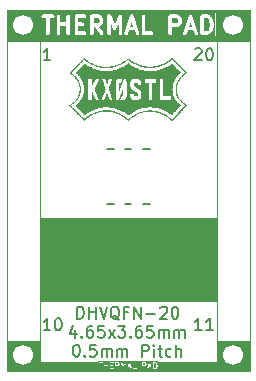
<source format=gto>
G04 #@! TF.GenerationSoftware,KiCad,Pcbnew,9.0.6*
G04 #@! TF.CreationDate,2026-01-02T23:06:21-06:00*
G04 #@! TF.ProjectId,DHVQFN-20_4.65x3.65_P0.5,44485651-464e-42d3-9230-5f342e363578,rev?*
G04 #@! TF.SameCoordinates,Original*
G04 #@! TF.FileFunction,Legend,Top*
G04 #@! TF.FilePolarity,Positive*
%FSLAX46Y46*%
G04 Gerber Fmt 4.6, Leading zero omitted, Abs format (unit mm)*
G04 Created by KiCad (PCBNEW 9.0.6) date 2026-01-02 23:06:21*
%MOMM*%
%LPD*%
G01*
G04 APERTURE LIST*
%ADD10C,0.100000*%
%ADD11C,0.200000*%
%ADD12C,0.300000*%
%ADD13C,0.152400*%
%ADD14C,0.000000*%
%ADD15C,0.120000*%
%ADD16R,0.280000X1.200000*%
%ADD17R,1.200000X0.280000*%
%ADD18R,2.050000X3.049999*%
%ADD19C,0.508000*%
%ADD20C,1.700000*%
%ADD21R,1.700000X1.700000*%
G04 APERTURE END LIST*
D10*
X140976968Y-135238434D02*
X146431000Y-135238434D01*
X146431000Y-136017929D01*
X140976968Y-136017929D01*
X140976968Y-135238434D01*
G36*
X140976968Y-135238434D02*
G01*
X146431000Y-135238434D01*
X146431000Y-136017929D01*
X140976968Y-136017929D01*
X140976968Y-135238434D01*
G37*
X128143000Y-133477000D02*
X130864898Y-133477000D01*
X130864898Y-136017000D01*
X128143000Y-136017000D01*
X128143000Y-133477000D01*
G36*
X128143000Y-133477000D02*
G01*
X130864898Y-133477000D01*
X130864898Y-136017000D01*
X128143000Y-136017000D01*
X128143000Y-133477000D01*
G37*
X130455358Y-135238386D02*
X135838688Y-135238386D01*
X135838688Y-136025786D01*
X130455358Y-136025786D01*
X130455358Y-135238386D01*
G36*
X130455358Y-135238386D02*
G01*
X135838688Y-135238386D01*
X135838688Y-136025786D01*
X130455358Y-136025786D01*
X130455358Y-135238386D01*
G37*
X145974913Y-133477000D02*
X148717000Y-133477000D01*
X148717000Y-136017000D01*
X145974913Y-136017000D01*
X145974913Y-133477000D01*
G36*
X145974913Y-133477000D02*
G01*
X148717000Y-133477000D01*
X148717000Y-136017000D01*
X145974913Y-136017000D01*
X145974913Y-133477000D01*
G37*
X128143000Y-105410000D02*
X130928500Y-105410000D01*
X130928500Y-108077250D01*
X128143000Y-108077250D01*
X128143000Y-105410000D01*
G36*
X128143000Y-105410000D02*
G01*
X130928500Y-105410000D01*
X130928500Y-108077250D01*
X128143000Y-108077250D01*
X128143000Y-105410000D01*
G37*
X130556000Y-105410000D02*
X145973750Y-105410000D01*
X145973750Y-105638600D01*
X130556000Y-105638600D01*
X130556000Y-105410000D01*
G36*
X130556000Y-105410000D02*
G01*
X145973750Y-105410000D01*
X145973750Y-105638600D01*
X130556000Y-105638600D01*
X130556000Y-105410000D01*
G37*
X135636000Y-135934139D02*
X141097000Y-135934139D01*
X141097000Y-136017000D01*
X135636000Y-136017000D01*
X135636000Y-135934139D01*
G36*
X135636000Y-135934139D02*
G01*
X141097000Y-135934139D01*
X141097000Y-136017000D01*
X135636000Y-136017000D01*
X135636000Y-135934139D01*
G37*
X130378250Y-107670850D02*
X146685000Y-107670850D01*
X146685000Y-108077250D01*
X130378250Y-108077250D01*
X130378250Y-107670850D01*
G36*
X130378250Y-107670850D02*
G01*
X146685000Y-107670850D01*
X146685000Y-108077250D01*
X130378250Y-108077250D01*
X130378250Y-107670850D01*
G37*
X130937000Y-123063000D02*
X145923000Y-123063000D01*
X145923000Y-130048000D01*
X130937000Y-130048000D01*
X130937000Y-123063000D01*
G36*
X130937000Y-123063000D02*
G01*
X145923000Y-123063000D01*
X145923000Y-130048000D01*
X130937000Y-130048000D01*
X130937000Y-123063000D01*
G37*
X145825750Y-105410000D02*
X148687250Y-105410000D01*
X148687250Y-108077250D01*
X145825750Y-108077250D01*
X145825750Y-105410000D01*
G36*
X145825750Y-105410000D02*
G01*
X148687250Y-105410000D01*
X148687250Y-108077250D01*
X145825750Y-108077250D01*
X145825750Y-105410000D01*
G37*
D11*
X144077136Y-108767457D02*
X144124755Y-108719838D01*
X144124755Y-108719838D02*
X144219993Y-108672219D01*
X144219993Y-108672219D02*
X144458088Y-108672219D01*
X144458088Y-108672219D02*
X144553326Y-108719838D01*
X144553326Y-108719838D02*
X144600945Y-108767457D01*
X144600945Y-108767457D02*
X144648564Y-108862695D01*
X144648564Y-108862695D02*
X144648564Y-108957933D01*
X144648564Y-108957933D02*
X144600945Y-109100790D01*
X144600945Y-109100790D02*
X144029517Y-109672219D01*
X144029517Y-109672219D02*
X144648564Y-109672219D01*
X145267612Y-108672219D02*
X145362850Y-108672219D01*
X145362850Y-108672219D02*
X145458088Y-108719838D01*
X145458088Y-108719838D02*
X145505707Y-108767457D01*
X145505707Y-108767457D02*
X145553326Y-108862695D01*
X145553326Y-108862695D02*
X145600945Y-109053171D01*
X145600945Y-109053171D02*
X145600945Y-109291266D01*
X145600945Y-109291266D02*
X145553326Y-109481742D01*
X145553326Y-109481742D02*
X145505707Y-109576980D01*
X145505707Y-109576980D02*
X145458088Y-109624600D01*
X145458088Y-109624600D02*
X145362850Y-109672219D01*
X145362850Y-109672219D02*
X145267612Y-109672219D01*
X145267612Y-109672219D02*
X145172374Y-109624600D01*
X145172374Y-109624600D02*
X145124755Y-109576980D01*
X145124755Y-109576980D02*
X145077136Y-109481742D01*
X145077136Y-109481742D02*
X145029517Y-109291266D01*
X145029517Y-109291266D02*
X145029517Y-109053171D01*
X145029517Y-109053171D02*
X145077136Y-108862695D01*
X145077136Y-108862695D02*
X145124755Y-108767457D01*
X145124755Y-108767457D02*
X145172374Y-108719838D01*
X145172374Y-108719838D02*
X145267612Y-108672219D01*
D12*
G36*
X145150162Y-106148973D02*
G01*
X145246007Y-106244818D01*
X145296805Y-106346415D01*
X145357381Y-106588715D01*
X145357381Y-106758929D01*
X145296805Y-107001229D01*
X145246007Y-107102825D01*
X145150163Y-107198669D01*
X144999705Y-107248822D01*
X144828810Y-107248822D01*
X144828810Y-106098822D01*
X144999708Y-106098822D01*
X145150162Y-106148973D01*
G37*
G36*
X135959003Y-106141148D02*
G01*
X135993626Y-106175771D01*
X136035952Y-106260423D01*
X136035952Y-106396745D01*
X135993626Y-106481397D01*
X135959003Y-106516019D01*
X135874352Y-106558346D01*
X135507381Y-106558346D01*
X135507381Y-106098822D01*
X135874352Y-106098822D01*
X135959003Y-106141148D01*
G37*
G36*
X138877837Y-106834536D02*
G01*
X138603590Y-106834536D01*
X138740713Y-106423164D01*
X138877837Y-106834536D01*
G37*
G36*
X143849266Y-106834536D02*
G01*
X143575019Y-106834536D01*
X143712142Y-106423164D01*
X143849266Y-106834536D01*
G37*
G36*
X142587575Y-106141148D02*
G01*
X142622198Y-106175771D01*
X142664524Y-106260423D01*
X142664524Y-106396745D01*
X142622198Y-106481397D01*
X142587575Y-106516019D01*
X142502924Y-106558346D01*
X142135953Y-106558346D01*
X142135953Y-106098822D01*
X142502924Y-106098822D01*
X142587575Y-106141148D01*
G37*
G36*
X145818492Y-107709933D02*
G01*
X130906294Y-107709933D01*
X130906294Y-105919558D01*
X131067405Y-105919558D01*
X131067405Y-105978086D01*
X131089803Y-106032158D01*
X131131187Y-106073542D01*
X131185259Y-106095940D01*
X131214523Y-106098822D01*
X131478808Y-106098822D01*
X131478808Y-107398822D01*
X131481690Y-107428086D01*
X131504088Y-107482158D01*
X131545472Y-107523542D01*
X131599544Y-107545940D01*
X131658072Y-107545940D01*
X131712144Y-107523542D01*
X131753528Y-107482158D01*
X131775926Y-107428086D01*
X131778808Y-107398822D01*
X131778808Y-106098822D01*
X132043094Y-106098822D01*
X132072358Y-106095940D01*
X132126430Y-106073542D01*
X132167814Y-106032158D01*
X132190212Y-105978086D01*
X132190212Y-105948822D01*
X132376428Y-105948822D01*
X132376428Y-107398822D01*
X132379310Y-107428086D01*
X132401708Y-107482158D01*
X132443092Y-107523542D01*
X132497164Y-107545940D01*
X132555692Y-107545940D01*
X132609764Y-107523542D01*
X132651148Y-107482158D01*
X132673546Y-107428086D01*
X132676428Y-107398822D01*
X132676428Y-106789298D01*
X133204999Y-106789298D01*
X133204999Y-107398822D01*
X133207881Y-107428086D01*
X133230279Y-107482158D01*
X133271663Y-107523542D01*
X133325735Y-107545940D01*
X133384263Y-107545940D01*
X133438335Y-107523542D01*
X133479719Y-107482158D01*
X133502117Y-107428086D01*
X133504999Y-107398822D01*
X133504999Y-105948822D01*
X133895476Y-105948822D01*
X133895476Y-107398822D01*
X133898358Y-107428086D01*
X133920756Y-107482158D01*
X133962140Y-107523542D01*
X134016212Y-107545940D01*
X134045476Y-107548822D01*
X134735952Y-107548822D01*
X134765216Y-107545940D01*
X134819288Y-107523542D01*
X134860672Y-107482158D01*
X134883070Y-107428086D01*
X134883070Y-107369558D01*
X134860672Y-107315486D01*
X134819288Y-107274102D01*
X134765216Y-107251704D01*
X134735952Y-107248822D01*
X134195476Y-107248822D01*
X134195476Y-106789298D01*
X134528809Y-106789298D01*
X134558073Y-106786416D01*
X134612145Y-106764018D01*
X134653529Y-106722634D01*
X134675927Y-106668562D01*
X134675927Y-106610034D01*
X134653529Y-106555962D01*
X134612145Y-106514578D01*
X134558073Y-106492180D01*
X134528809Y-106489298D01*
X134195476Y-106489298D01*
X134195476Y-106098822D01*
X134735952Y-106098822D01*
X134765216Y-106095940D01*
X134819288Y-106073542D01*
X134860672Y-106032158D01*
X134883070Y-105978086D01*
X134883070Y-105948822D01*
X135207381Y-105948822D01*
X135207381Y-107398822D01*
X135210263Y-107428086D01*
X135232661Y-107482158D01*
X135274045Y-107523542D01*
X135328117Y-107545940D01*
X135386645Y-107545940D01*
X135440717Y-107523542D01*
X135482101Y-107482158D01*
X135504499Y-107428086D01*
X135507381Y-107398822D01*
X135507381Y-106858346D01*
X135624521Y-106858346D01*
X136063067Y-107484841D01*
X136082210Y-107507162D01*
X136131567Y-107538616D01*
X136189203Y-107548786D01*
X136246344Y-107536127D01*
X136294292Y-107502564D01*
X136325746Y-107453206D01*
X136335917Y-107395571D01*
X136323257Y-107338429D01*
X136308837Y-107312802D01*
X135978909Y-106841477D01*
X136114939Y-106773462D01*
X136127532Y-106765534D01*
X136131192Y-106764019D01*
X136135311Y-106760637D01*
X136139825Y-106757797D01*
X136142421Y-106754802D01*
X136153923Y-106745364D01*
X136222970Y-106676317D01*
X136232410Y-106664814D01*
X136235403Y-106662219D01*
X136238241Y-106657709D01*
X136241625Y-106653587D01*
X136243141Y-106649924D01*
X136251068Y-106637333D01*
X136320116Y-106499237D01*
X136330626Y-106471774D01*
X136331008Y-106466396D01*
X136333070Y-106461419D01*
X136335952Y-106432155D01*
X136335952Y-106225013D01*
X136333070Y-106195749D01*
X136331008Y-106190771D01*
X136330626Y-106185394D01*
X136320116Y-106157931D01*
X136251068Y-106019835D01*
X136243141Y-106007243D01*
X136241625Y-106003581D01*
X136238241Y-105999458D01*
X136235403Y-105994949D01*
X136232410Y-105992353D01*
X136222970Y-105980851D01*
X136190941Y-105948822D01*
X136657381Y-105948822D01*
X136657381Y-107398822D01*
X136660263Y-107428086D01*
X136682661Y-107482158D01*
X136724045Y-107523542D01*
X136778117Y-107545940D01*
X136836645Y-107545940D01*
X136890717Y-107523542D01*
X136932101Y-107482158D01*
X136954499Y-107428086D01*
X136957381Y-107398822D01*
X136957381Y-106624957D01*
X137154786Y-107047969D01*
X137161135Y-107058687D01*
X137162454Y-107062314D01*
X137164803Y-107064879D01*
X137169773Y-107073269D01*
X137186585Y-107088664D01*
X137201981Y-107105477D01*
X137208022Y-107108296D01*
X137212936Y-107112796D01*
X137234359Y-107120586D01*
X137255019Y-107130227D01*
X137261676Y-107130519D01*
X137267939Y-107132797D01*
X137290714Y-107131795D01*
X137313489Y-107132797D01*
X137319751Y-107130519D01*
X137326409Y-107130227D01*
X137347064Y-107120587D01*
X137368492Y-107112796D01*
X137373407Y-107108294D01*
X137379447Y-107105476D01*
X137394839Y-107088668D01*
X137411655Y-107073269D01*
X137416624Y-107064880D01*
X137418974Y-107062314D01*
X137420293Y-107058684D01*
X137426641Y-107047969D01*
X137624047Y-106624955D01*
X137624047Y-107398822D01*
X137626929Y-107428086D01*
X137649327Y-107482158D01*
X137690711Y-107523542D01*
X137744783Y-107545940D01*
X137803311Y-107545940D01*
X137857383Y-107523542D01*
X137898767Y-107482158D01*
X137921165Y-107428086D01*
X137924047Y-107398822D01*
X137924047Y-107380062D01*
X138108559Y-107380062D01*
X138112708Y-107438442D01*
X138138882Y-107490789D01*
X138183096Y-107529136D01*
X138238621Y-107547644D01*
X138297001Y-107543495D01*
X138349348Y-107517321D01*
X138387695Y-107473107D01*
X138399684Y-107446256D01*
X138503590Y-107134536D01*
X138977837Y-107134536D01*
X139081744Y-107446256D01*
X139093733Y-107473107D01*
X139132080Y-107517321D01*
X139184427Y-107543495D01*
X139242807Y-107547644D01*
X139298332Y-107529136D01*
X139342546Y-107490789D01*
X139368720Y-107438441D01*
X139372869Y-107380061D01*
X139366349Y-107351388D01*
X138898828Y-105948822D01*
X139557381Y-105948822D01*
X139557381Y-107398822D01*
X139560263Y-107428086D01*
X139582661Y-107482158D01*
X139624045Y-107523542D01*
X139678117Y-107545940D01*
X139707381Y-107548822D01*
X140397857Y-107548822D01*
X140427121Y-107545940D01*
X140481193Y-107523542D01*
X140522577Y-107482158D01*
X140544975Y-107428086D01*
X140544975Y-107369558D01*
X140522577Y-107315486D01*
X140481193Y-107274102D01*
X140427121Y-107251704D01*
X140397857Y-107248822D01*
X139857381Y-107248822D01*
X139857381Y-105948822D01*
X141835953Y-105948822D01*
X141835953Y-107398822D01*
X141838835Y-107428086D01*
X141861233Y-107482158D01*
X141902617Y-107523542D01*
X141956689Y-107545940D01*
X142015217Y-107545940D01*
X142069289Y-107523542D01*
X142110673Y-107482158D01*
X142133071Y-107428086D01*
X142135953Y-107398822D01*
X142135953Y-107380062D01*
X143079988Y-107380062D01*
X143084137Y-107438442D01*
X143110311Y-107490789D01*
X143154525Y-107529136D01*
X143210050Y-107547644D01*
X143268430Y-107543495D01*
X143320777Y-107517321D01*
X143359124Y-107473107D01*
X143371113Y-107446256D01*
X143475019Y-107134536D01*
X143949266Y-107134536D01*
X144053173Y-107446256D01*
X144065162Y-107473107D01*
X144103509Y-107517321D01*
X144155856Y-107543495D01*
X144214236Y-107547644D01*
X144269761Y-107529136D01*
X144313975Y-107490789D01*
X144340149Y-107438441D01*
X144344298Y-107380061D01*
X144337778Y-107351388D01*
X143870257Y-105948822D01*
X144528810Y-105948822D01*
X144528810Y-107398822D01*
X144531692Y-107428086D01*
X144554090Y-107482158D01*
X144595474Y-107523542D01*
X144649546Y-107545940D01*
X144678810Y-107548822D01*
X145024048Y-107548822D01*
X145038853Y-107547363D01*
X145042808Y-107547645D01*
X145048009Y-107546462D01*
X145053312Y-107545940D01*
X145056969Y-107544424D01*
X145071482Y-107541125D01*
X145278625Y-107472078D01*
X145305476Y-107460089D01*
X145309545Y-107456559D01*
X145314527Y-107454496D01*
X145337257Y-107435841D01*
X145475353Y-107297744D01*
X145484795Y-107286238D01*
X145487785Y-107283646D01*
X145490620Y-107279141D01*
X145494008Y-107275014D01*
X145495526Y-107271348D01*
X145503450Y-107258761D01*
X145572497Y-107120665D01*
X145573314Y-107118528D01*
X145573961Y-107117656D01*
X145578350Y-107105369D01*
X145583007Y-107093202D01*
X145583083Y-107092120D01*
X145583854Y-107089965D01*
X145652902Y-106813775D01*
X145653652Y-106808702D01*
X145654499Y-106806658D01*
X145655584Y-106795638D01*
X145657204Y-106784686D01*
X145656878Y-106782497D01*
X145657381Y-106777394D01*
X145657381Y-106570251D01*
X145656878Y-106565147D01*
X145657204Y-106562960D01*
X145655584Y-106552008D01*
X145654499Y-106540987D01*
X145653652Y-106538942D01*
X145652902Y-106533870D01*
X145583854Y-106257680D01*
X145583083Y-106255524D01*
X145583007Y-106254442D01*
X145578347Y-106242267D01*
X145573961Y-106229988D01*
X145573314Y-106229115D01*
X145572497Y-106226979D01*
X145503450Y-106088883D01*
X145495523Y-106076291D01*
X145494007Y-106072630D01*
X145490623Y-106068507D01*
X145487785Y-106063998D01*
X145484793Y-106061403D01*
X145475352Y-106049899D01*
X145337257Y-105911804D01*
X145314526Y-105893149D01*
X145309546Y-105891086D01*
X145305476Y-105887556D01*
X145278625Y-105875568D01*
X145071482Y-105806520D01*
X145056974Y-105803221D01*
X145053312Y-105801704D01*
X145048003Y-105801181D01*
X145042809Y-105800000D01*
X145038859Y-105800280D01*
X145024048Y-105798822D01*
X144678810Y-105798822D01*
X144649546Y-105801704D01*
X144595474Y-105824102D01*
X144554090Y-105865486D01*
X144531692Y-105919558D01*
X144528810Y-105948822D01*
X143870257Y-105948822D01*
X143854446Y-105901388D01*
X143842457Y-105874537D01*
X143835434Y-105866440D01*
X143830642Y-105856855D01*
X143816433Y-105844531D01*
X143804110Y-105830323D01*
X143794524Y-105825530D01*
X143786428Y-105818508D01*
X143768586Y-105812560D01*
X143751763Y-105804149D01*
X143741070Y-105803389D01*
X143730903Y-105800000D01*
X143712143Y-105801333D01*
X143693383Y-105800000D01*
X143683215Y-105803389D01*
X143672523Y-105804149D01*
X143655699Y-105812560D01*
X143637858Y-105818508D01*
X143629761Y-105825530D01*
X143620176Y-105830323D01*
X143607852Y-105844531D01*
X143593644Y-105856855D01*
X143588851Y-105866440D01*
X143581829Y-105874537D01*
X143569840Y-105901388D01*
X143086507Y-107351388D01*
X143079988Y-107380062D01*
X142135953Y-107380062D01*
X142135953Y-106858346D01*
X142538334Y-106858346D01*
X142567598Y-106855464D01*
X142572578Y-106853400D01*
X142577953Y-106853019D01*
X142605416Y-106842510D01*
X142743511Y-106773462D01*
X142756104Y-106765534D01*
X142759764Y-106764019D01*
X142763883Y-106760637D01*
X142768397Y-106757797D01*
X142770993Y-106754802D01*
X142782495Y-106745364D01*
X142851542Y-106676317D01*
X142860982Y-106664814D01*
X142863975Y-106662219D01*
X142866813Y-106657709D01*
X142870197Y-106653587D01*
X142871713Y-106649924D01*
X142879640Y-106637333D01*
X142948688Y-106499237D01*
X142959198Y-106471774D01*
X142959580Y-106466396D01*
X142961642Y-106461419D01*
X142964524Y-106432155D01*
X142964524Y-106225013D01*
X142961642Y-106195749D01*
X142959580Y-106190771D01*
X142959198Y-106185394D01*
X142948688Y-106157931D01*
X142879640Y-106019835D01*
X142871713Y-106007243D01*
X142870197Y-106003581D01*
X142866813Y-105999458D01*
X142863975Y-105994949D01*
X142860982Y-105992353D01*
X142851542Y-105980851D01*
X142782495Y-105911804D01*
X142770993Y-105902365D01*
X142768397Y-105899371D01*
X142763883Y-105896530D01*
X142759764Y-105893149D01*
X142756104Y-105891633D01*
X142743511Y-105883706D01*
X142605416Y-105814658D01*
X142577953Y-105804149D01*
X142572578Y-105803767D01*
X142567598Y-105801704D01*
X142538334Y-105798822D01*
X141985953Y-105798822D01*
X141956689Y-105801704D01*
X141902617Y-105824102D01*
X141861233Y-105865486D01*
X141838835Y-105919558D01*
X141835953Y-105948822D01*
X139857381Y-105948822D01*
X139854499Y-105919558D01*
X139832101Y-105865486D01*
X139790717Y-105824102D01*
X139736645Y-105801704D01*
X139678117Y-105801704D01*
X139624045Y-105824102D01*
X139582661Y-105865486D01*
X139560263Y-105919558D01*
X139557381Y-105948822D01*
X138898828Y-105948822D01*
X138883017Y-105901388D01*
X138871028Y-105874537D01*
X138864005Y-105866440D01*
X138859213Y-105856855D01*
X138845004Y-105844531D01*
X138832681Y-105830323D01*
X138823095Y-105825530D01*
X138814999Y-105818508D01*
X138797157Y-105812560D01*
X138780334Y-105804149D01*
X138769641Y-105803389D01*
X138759474Y-105800000D01*
X138740714Y-105801333D01*
X138721954Y-105800000D01*
X138711786Y-105803389D01*
X138701094Y-105804149D01*
X138684270Y-105812560D01*
X138666429Y-105818508D01*
X138658332Y-105825530D01*
X138648747Y-105830323D01*
X138636423Y-105844531D01*
X138622215Y-105856855D01*
X138617422Y-105866440D01*
X138610400Y-105874537D01*
X138598411Y-105901388D01*
X138115078Y-107351388D01*
X138108559Y-107380062D01*
X137924047Y-107380062D01*
X137924047Y-105948822D01*
X137922152Y-105929585D01*
X137922308Y-105926047D01*
X137921616Y-105924146D01*
X137921165Y-105919558D01*
X137911203Y-105895509D01*
X137902307Y-105871044D01*
X137900047Y-105868576D01*
X137898767Y-105865486D01*
X137880363Y-105847082D01*
X137862780Y-105827882D01*
X137859748Y-105826467D01*
X137857383Y-105824102D01*
X137833328Y-105814138D01*
X137809742Y-105803131D01*
X137806401Y-105802984D01*
X137803311Y-105801704D01*
X137777276Y-105801704D01*
X137751272Y-105800561D01*
X137748129Y-105801704D01*
X137744783Y-105801704D01*
X137720734Y-105811665D01*
X137696269Y-105820562D01*
X137693801Y-105822821D01*
X137690711Y-105824102D01*
X137672313Y-105842499D01*
X137653106Y-105860089D01*
X137650754Y-105864058D01*
X137649327Y-105865486D01*
X137647973Y-105868752D01*
X137638119Y-105885389D01*
X137290713Y-106629830D01*
X136943308Y-105885389D01*
X136933454Y-105868754D01*
X136932101Y-105865486D01*
X136930672Y-105864057D01*
X136928322Y-105860089D01*
X136909114Y-105842499D01*
X136890717Y-105824102D01*
X136887626Y-105822821D01*
X136885159Y-105820562D01*
X136860693Y-105811665D01*
X136836645Y-105801704D01*
X136833299Y-105801704D01*
X136830156Y-105800561D01*
X136804152Y-105801704D01*
X136778117Y-105801704D01*
X136775026Y-105802984D01*
X136771686Y-105803131D01*
X136748090Y-105814141D01*
X136724045Y-105824102D01*
X136721681Y-105826465D01*
X136718648Y-105827881D01*
X136701058Y-105847088D01*
X136682661Y-105865486D01*
X136681380Y-105868576D01*
X136679121Y-105871044D01*
X136670224Y-105895509D01*
X136660263Y-105919558D01*
X136659811Y-105924146D01*
X136659120Y-105926047D01*
X136659275Y-105929585D01*
X136657381Y-105948822D01*
X136190941Y-105948822D01*
X136153923Y-105911804D01*
X136142421Y-105902365D01*
X136139825Y-105899371D01*
X136135311Y-105896530D01*
X136131192Y-105893149D01*
X136127532Y-105891633D01*
X136114939Y-105883706D01*
X135976844Y-105814658D01*
X135949381Y-105804149D01*
X135944006Y-105803767D01*
X135939026Y-105801704D01*
X135909762Y-105798822D01*
X135357381Y-105798822D01*
X135328117Y-105801704D01*
X135274045Y-105824102D01*
X135232661Y-105865486D01*
X135210263Y-105919558D01*
X135207381Y-105948822D01*
X134883070Y-105948822D01*
X134883070Y-105919558D01*
X134860672Y-105865486D01*
X134819288Y-105824102D01*
X134765216Y-105801704D01*
X134735952Y-105798822D01*
X134045476Y-105798822D01*
X134016212Y-105801704D01*
X133962140Y-105824102D01*
X133920756Y-105865486D01*
X133898358Y-105919558D01*
X133895476Y-105948822D01*
X133504999Y-105948822D01*
X133502117Y-105919558D01*
X133479719Y-105865486D01*
X133438335Y-105824102D01*
X133384263Y-105801704D01*
X133325735Y-105801704D01*
X133271663Y-105824102D01*
X133230279Y-105865486D01*
X133207881Y-105919558D01*
X133204999Y-105948822D01*
X133204999Y-106489298D01*
X132676428Y-106489298D01*
X132676428Y-105948822D01*
X132673546Y-105919558D01*
X132651148Y-105865486D01*
X132609764Y-105824102D01*
X132555692Y-105801704D01*
X132497164Y-105801704D01*
X132443092Y-105824102D01*
X132401708Y-105865486D01*
X132379310Y-105919558D01*
X132376428Y-105948822D01*
X132190212Y-105948822D01*
X132190212Y-105919558D01*
X132167814Y-105865486D01*
X132126430Y-105824102D01*
X132072358Y-105801704D01*
X132043094Y-105798822D01*
X131214523Y-105798822D01*
X131185259Y-105801704D01*
X131131187Y-105824102D01*
X131089803Y-105865486D01*
X131067405Y-105919558D01*
X130906294Y-105919558D01*
X130906294Y-105637711D01*
X145818492Y-105637711D01*
X145818492Y-107709933D01*
G37*
D11*
X131830482Y-109672219D02*
X131259054Y-109672219D01*
X131544768Y-109672219D02*
X131544768Y-108672219D01*
X131544768Y-108672219D02*
X131449530Y-108815076D01*
X131449530Y-108815076D02*
X131354292Y-108910314D01*
X131354292Y-108910314D02*
X131259054Y-108957933D01*
X134104595Y-131560075D02*
X134104595Y-130560075D01*
X134104595Y-130560075D02*
X134342690Y-130560075D01*
X134342690Y-130560075D02*
X134485547Y-130607694D01*
X134485547Y-130607694D02*
X134580785Y-130702932D01*
X134580785Y-130702932D02*
X134628404Y-130798170D01*
X134628404Y-130798170D02*
X134676023Y-130988646D01*
X134676023Y-130988646D02*
X134676023Y-131131503D01*
X134676023Y-131131503D02*
X134628404Y-131321979D01*
X134628404Y-131321979D02*
X134580785Y-131417217D01*
X134580785Y-131417217D02*
X134485547Y-131512456D01*
X134485547Y-131512456D02*
X134342690Y-131560075D01*
X134342690Y-131560075D02*
X134104595Y-131560075D01*
X135104595Y-131560075D02*
X135104595Y-130560075D01*
X135104595Y-131036265D02*
X135676023Y-131036265D01*
X135676023Y-131560075D02*
X135676023Y-130560075D01*
X136009357Y-130560075D02*
X136342690Y-131560075D01*
X136342690Y-131560075D02*
X136676023Y-130560075D01*
X137676023Y-131655313D02*
X137580785Y-131607694D01*
X137580785Y-131607694D02*
X137485547Y-131512456D01*
X137485547Y-131512456D02*
X137342690Y-131369598D01*
X137342690Y-131369598D02*
X137247452Y-131321979D01*
X137247452Y-131321979D02*
X137152214Y-131321979D01*
X137199833Y-131560075D02*
X137104595Y-131512456D01*
X137104595Y-131512456D02*
X137009357Y-131417217D01*
X137009357Y-131417217D02*
X136961738Y-131226741D01*
X136961738Y-131226741D02*
X136961738Y-130893408D01*
X136961738Y-130893408D02*
X137009357Y-130702932D01*
X137009357Y-130702932D02*
X137104595Y-130607694D01*
X137104595Y-130607694D02*
X137199833Y-130560075D01*
X137199833Y-130560075D02*
X137390309Y-130560075D01*
X137390309Y-130560075D02*
X137485547Y-130607694D01*
X137485547Y-130607694D02*
X137580785Y-130702932D01*
X137580785Y-130702932D02*
X137628404Y-130893408D01*
X137628404Y-130893408D02*
X137628404Y-131226741D01*
X137628404Y-131226741D02*
X137580785Y-131417217D01*
X137580785Y-131417217D02*
X137485547Y-131512456D01*
X137485547Y-131512456D02*
X137390309Y-131560075D01*
X137390309Y-131560075D02*
X137199833Y-131560075D01*
X138390309Y-131036265D02*
X138056976Y-131036265D01*
X138056976Y-131560075D02*
X138056976Y-130560075D01*
X138056976Y-130560075D02*
X138533166Y-130560075D01*
X138914119Y-131560075D02*
X138914119Y-130560075D01*
X138914119Y-130560075D02*
X139485547Y-131560075D01*
X139485547Y-131560075D02*
X139485547Y-130560075D01*
X139961738Y-131179122D02*
X140723643Y-131179122D01*
X141152214Y-130655313D02*
X141199833Y-130607694D01*
X141199833Y-130607694D02*
X141295071Y-130560075D01*
X141295071Y-130560075D02*
X141533166Y-130560075D01*
X141533166Y-130560075D02*
X141628404Y-130607694D01*
X141628404Y-130607694D02*
X141676023Y-130655313D01*
X141676023Y-130655313D02*
X141723642Y-130750551D01*
X141723642Y-130750551D02*
X141723642Y-130845789D01*
X141723642Y-130845789D02*
X141676023Y-130988646D01*
X141676023Y-130988646D02*
X141104595Y-131560075D01*
X141104595Y-131560075D02*
X141723642Y-131560075D01*
X142342690Y-130560075D02*
X142437928Y-130560075D01*
X142437928Y-130560075D02*
X142533166Y-130607694D01*
X142533166Y-130607694D02*
X142580785Y-130655313D01*
X142580785Y-130655313D02*
X142628404Y-130750551D01*
X142628404Y-130750551D02*
X142676023Y-130941027D01*
X142676023Y-130941027D02*
X142676023Y-131179122D01*
X142676023Y-131179122D02*
X142628404Y-131369598D01*
X142628404Y-131369598D02*
X142580785Y-131464836D01*
X142580785Y-131464836D02*
X142533166Y-131512456D01*
X142533166Y-131512456D02*
X142437928Y-131560075D01*
X142437928Y-131560075D02*
X142342690Y-131560075D01*
X142342690Y-131560075D02*
X142247452Y-131512456D01*
X142247452Y-131512456D02*
X142199833Y-131464836D01*
X142199833Y-131464836D02*
X142152214Y-131369598D01*
X142152214Y-131369598D02*
X142104595Y-131179122D01*
X142104595Y-131179122D02*
X142104595Y-130941027D01*
X142104595Y-130941027D02*
X142152214Y-130750551D01*
X142152214Y-130750551D02*
X142199833Y-130655313D01*
X142199833Y-130655313D02*
X142247452Y-130607694D01*
X142247452Y-130607694D02*
X142342690Y-130560075D01*
X133961738Y-132503352D02*
X133961738Y-133170019D01*
X133723643Y-132122400D02*
X133485548Y-132836685D01*
X133485548Y-132836685D02*
X134104595Y-132836685D01*
X134485548Y-133074780D02*
X134533167Y-133122400D01*
X134533167Y-133122400D02*
X134485548Y-133170019D01*
X134485548Y-133170019D02*
X134437929Y-133122400D01*
X134437929Y-133122400D02*
X134485548Y-133074780D01*
X134485548Y-133074780D02*
X134485548Y-133170019D01*
X135390309Y-132170019D02*
X135199833Y-132170019D01*
X135199833Y-132170019D02*
X135104595Y-132217638D01*
X135104595Y-132217638D02*
X135056976Y-132265257D01*
X135056976Y-132265257D02*
X134961738Y-132408114D01*
X134961738Y-132408114D02*
X134914119Y-132598590D01*
X134914119Y-132598590D02*
X134914119Y-132979542D01*
X134914119Y-132979542D02*
X134961738Y-133074780D01*
X134961738Y-133074780D02*
X135009357Y-133122400D01*
X135009357Y-133122400D02*
X135104595Y-133170019D01*
X135104595Y-133170019D02*
X135295071Y-133170019D01*
X135295071Y-133170019D02*
X135390309Y-133122400D01*
X135390309Y-133122400D02*
X135437928Y-133074780D01*
X135437928Y-133074780D02*
X135485547Y-132979542D01*
X135485547Y-132979542D02*
X135485547Y-132741447D01*
X135485547Y-132741447D02*
X135437928Y-132646209D01*
X135437928Y-132646209D02*
X135390309Y-132598590D01*
X135390309Y-132598590D02*
X135295071Y-132550971D01*
X135295071Y-132550971D02*
X135104595Y-132550971D01*
X135104595Y-132550971D02*
X135009357Y-132598590D01*
X135009357Y-132598590D02*
X134961738Y-132646209D01*
X134961738Y-132646209D02*
X134914119Y-132741447D01*
X136390309Y-132170019D02*
X135914119Y-132170019D01*
X135914119Y-132170019D02*
X135866500Y-132646209D01*
X135866500Y-132646209D02*
X135914119Y-132598590D01*
X135914119Y-132598590D02*
X136009357Y-132550971D01*
X136009357Y-132550971D02*
X136247452Y-132550971D01*
X136247452Y-132550971D02*
X136342690Y-132598590D01*
X136342690Y-132598590D02*
X136390309Y-132646209D01*
X136390309Y-132646209D02*
X136437928Y-132741447D01*
X136437928Y-132741447D02*
X136437928Y-132979542D01*
X136437928Y-132979542D02*
X136390309Y-133074780D01*
X136390309Y-133074780D02*
X136342690Y-133122400D01*
X136342690Y-133122400D02*
X136247452Y-133170019D01*
X136247452Y-133170019D02*
X136009357Y-133170019D01*
X136009357Y-133170019D02*
X135914119Y-133122400D01*
X135914119Y-133122400D02*
X135866500Y-133074780D01*
X136771262Y-133170019D02*
X137295071Y-132503352D01*
X136771262Y-132503352D02*
X137295071Y-133170019D01*
X137580786Y-132170019D02*
X138199833Y-132170019D01*
X138199833Y-132170019D02*
X137866500Y-132550971D01*
X137866500Y-132550971D02*
X138009357Y-132550971D01*
X138009357Y-132550971D02*
X138104595Y-132598590D01*
X138104595Y-132598590D02*
X138152214Y-132646209D01*
X138152214Y-132646209D02*
X138199833Y-132741447D01*
X138199833Y-132741447D02*
X138199833Y-132979542D01*
X138199833Y-132979542D02*
X138152214Y-133074780D01*
X138152214Y-133074780D02*
X138104595Y-133122400D01*
X138104595Y-133122400D02*
X138009357Y-133170019D01*
X138009357Y-133170019D02*
X137723643Y-133170019D01*
X137723643Y-133170019D02*
X137628405Y-133122400D01*
X137628405Y-133122400D02*
X137580786Y-133074780D01*
X138628405Y-133074780D02*
X138676024Y-133122400D01*
X138676024Y-133122400D02*
X138628405Y-133170019D01*
X138628405Y-133170019D02*
X138580786Y-133122400D01*
X138580786Y-133122400D02*
X138628405Y-133074780D01*
X138628405Y-133074780D02*
X138628405Y-133170019D01*
X139533166Y-132170019D02*
X139342690Y-132170019D01*
X139342690Y-132170019D02*
X139247452Y-132217638D01*
X139247452Y-132217638D02*
X139199833Y-132265257D01*
X139199833Y-132265257D02*
X139104595Y-132408114D01*
X139104595Y-132408114D02*
X139056976Y-132598590D01*
X139056976Y-132598590D02*
X139056976Y-132979542D01*
X139056976Y-132979542D02*
X139104595Y-133074780D01*
X139104595Y-133074780D02*
X139152214Y-133122400D01*
X139152214Y-133122400D02*
X139247452Y-133170019D01*
X139247452Y-133170019D02*
X139437928Y-133170019D01*
X139437928Y-133170019D02*
X139533166Y-133122400D01*
X139533166Y-133122400D02*
X139580785Y-133074780D01*
X139580785Y-133074780D02*
X139628404Y-132979542D01*
X139628404Y-132979542D02*
X139628404Y-132741447D01*
X139628404Y-132741447D02*
X139580785Y-132646209D01*
X139580785Y-132646209D02*
X139533166Y-132598590D01*
X139533166Y-132598590D02*
X139437928Y-132550971D01*
X139437928Y-132550971D02*
X139247452Y-132550971D01*
X139247452Y-132550971D02*
X139152214Y-132598590D01*
X139152214Y-132598590D02*
X139104595Y-132646209D01*
X139104595Y-132646209D02*
X139056976Y-132741447D01*
X140533166Y-132170019D02*
X140056976Y-132170019D01*
X140056976Y-132170019D02*
X140009357Y-132646209D01*
X140009357Y-132646209D02*
X140056976Y-132598590D01*
X140056976Y-132598590D02*
X140152214Y-132550971D01*
X140152214Y-132550971D02*
X140390309Y-132550971D01*
X140390309Y-132550971D02*
X140485547Y-132598590D01*
X140485547Y-132598590D02*
X140533166Y-132646209D01*
X140533166Y-132646209D02*
X140580785Y-132741447D01*
X140580785Y-132741447D02*
X140580785Y-132979542D01*
X140580785Y-132979542D02*
X140533166Y-133074780D01*
X140533166Y-133074780D02*
X140485547Y-133122400D01*
X140485547Y-133122400D02*
X140390309Y-133170019D01*
X140390309Y-133170019D02*
X140152214Y-133170019D01*
X140152214Y-133170019D02*
X140056976Y-133122400D01*
X140056976Y-133122400D02*
X140009357Y-133074780D01*
X141009357Y-133170019D02*
X141009357Y-132503352D01*
X141009357Y-132598590D02*
X141056976Y-132550971D01*
X141056976Y-132550971D02*
X141152214Y-132503352D01*
X141152214Y-132503352D02*
X141295071Y-132503352D01*
X141295071Y-132503352D02*
X141390309Y-132550971D01*
X141390309Y-132550971D02*
X141437928Y-132646209D01*
X141437928Y-132646209D02*
X141437928Y-133170019D01*
X141437928Y-132646209D02*
X141485547Y-132550971D01*
X141485547Y-132550971D02*
X141580785Y-132503352D01*
X141580785Y-132503352D02*
X141723642Y-132503352D01*
X141723642Y-132503352D02*
X141818881Y-132550971D01*
X141818881Y-132550971D02*
X141866500Y-132646209D01*
X141866500Y-132646209D02*
X141866500Y-133170019D01*
X142342690Y-133170019D02*
X142342690Y-132503352D01*
X142342690Y-132598590D02*
X142390309Y-132550971D01*
X142390309Y-132550971D02*
X142485547Y-132503352D01*
X142485547Y-132503352D02*
X142628404Y-132503352D01*
X142628404Y-132503352D02*
X142723642Y-132550971D01*
X142723642Y-132550971D02*
X142771261Y-132646209D01*
X142771261Y-132646209D02*
X142771261Y-133170019D01*
X142771261Y-132646209D02*
X142818880Y-132550971D01*
X142818880Y-132550971D02*
X142914118Y-132503352D01*
X142914118Y-132503352D02*
X143056975Y-132503352D01*
X143056975Y-132503352D02*
X143152214Y-132550971D01*
X143152214Y-132550971D02*
X143199833Y-132646209D01*
X143199833Y-132646209D02*
X143199833Y-133170019D01*
X133985548Y-133779963D02*
X134080786Y-133779963D01*
X134080786Y-133779963D02*
X134176024Y-133827582D01*
X134176024Y-133827582D02*
X134223643Y-133875201D01*
X134223643Y-133875201D02*
X134271262Y-133970439D01*
X134271262Y-133970439D02*
X134318881Y-134160915D01*
X134318881Y-134160915D02*
X134318881Y-134399010D01*
X134318881Y-134399010D02*
X134271262Y-134589486D01*
X134271262Y-134589486D02*
X134223643Y-134684724D01*
X134223643Y-134684724D02*
X134176024Y-134732344D01*
X134176024Y-134732344D02*
X134080786Y-134779963D01*
X134080786Y-134779963D02*
X133985548Y-134779963D01*
X133985548Y-134779963D02*
X133890310Y-134732344D01*
X133890310Y-134732344D02*
X133842691Y-134684724D01*
X133842691Y-134684724D02*
X133795072Y-134589486D01*
X133795072Y-134589486D02*
X133747453Y-134399010D01*
X133747453Y-134399010D02*
X133747453Y-134160915D01*
X133747453Y-134160915D02*
X133795072Y-133970439D01*
X133795072Y-133970439D02*
X133842691Y-133875201D01*
X133842691Y-133875201D02*
X133890310Y-133827582D01*
X133890310Y-133827582D02*
X133985548Y-133779963D01*
X134747453Y-134684724D02*
X134795072Y-134732344D01*
X134795072Y-134732344D02*
X134747453Y-134779963D01*
X134747453Y-134779963D02*
X134699834Y-134732344D01*
X134699834Y-134732344D02*
X134747453Y-134684724D01*
X134747453Y-134684724D02*
X134747453Y-134779963D01*
X135699833Y-133779963D02*
X135223643Y-133779963D01*
X135223643Y-133779963D02*
X135176024Y-134256153D01*
X135176024Y-134256153D02*
X135223643Y-134208534D01*
X135223643Y-134208534D02*
X135318881Y-134160915D01*
X135318881Y-134160915D02*
X135556976Y-134160915D01*
X135556976Y-134160915D02*
X135652214Y-134208534D01*
X135652214Y-134208534D02*
X135699833Y-134256153D01*
X135699833Y-134256153D02*
X135747452Y-134351391D01*
X135747452Y-134351391D02*
X135747452Y-134589486D01*
X135747452Y-134589486D02*
X135699833Y-134684724D01*
X135699833Y-134684724D02*
X135652214Y-134732344D01*
X135652214Y-134732344D02*
X135556976Y-134779963D01*
X135556976Y-134779963D02*
X135318881Y-134779963D01*
X135318881Y-134779963D02*
X135223643Y-134732344D01*
X135223643Y-134732344D02*
X135176024Y-134684724D01*
X136176024Y-134779963D02*
X136176024Y-134113296D01*
X136176024Y-134208534D02*
X136223643Y-134160915D01*
X136223643Y-134160915D02*
X136318881Y-134113296D01*
X136318881Y-134113296D02*
X136461738Y-134113296D01*
X136461738Y-134113296D02*
X136556976Y-134160915D01*
X136556976Y-134160915D02*
X136604595Y-134256153D01*
X136604595Y-134256153D02*
X136604595Y-134779963D01*
X136604595Y-134256153D02*
X136652214Y-134160915D01*
X136652214Y-134160915D02*
X136747452Y-134113296D01*
X136747452Y-134113296D02*
X136890309Y-134113296D01*
X136890309Y-134113296D02*
X136985548Y-134160915D01*
X136985548Y-134160915D02*
X137033167Y-134256153D01*
X137033167Y-134256153D02*
X137033167Y-134779963D01*
X137509357Y-134779963D02*
X137509357Y-134113296D01*
X137509357Y-134208534D02*
X137556976Y-134160915D01*
X137556976Y-134160915D02*
X137652214Y-134113296D01*
X137652214Y-134113296D02*
X137795071Y-134113296D01*
X137795071Y-134113296D02*
X137890309Y-134160915D01*
X137890309Y-134160915D02*
X137937928Y-134256153D01*
X137937928Y-134256153D02*
X137937928Y-134779963D01*
X137937928Y-134256153D02*
X137985547Y-134160915D01*
X137985547Y-134160915D02*
X138080785Y-134113296D01*
X138080785Y-134113296D02*
X138223642Y-134113296D01*
X138223642Y-134113296D02*
X138318881Y-134160915D01*
X138318881Y-134160915D02*
X138366500Y-134256153D01*
X138366500Y-134256153D02*
X138366500Y-134779963D01*
X139604595Y-134779963D02*
X139604595Y-133779963D01*
X139604595Y-133779963D02*
X139985547Y-133779963D01*
X139985547Y-133779963D02*
X140080785Y-133827582D01*
X140080785Y-133827582D02*
X140128404Y-133875201D01*
X140128404Y-133875201D02*
X140176023Y-133970439D01*
X140176023Y-133970439D02*
X140176023Y-134113296D01*
X140176023Y-134113296D02*
X140128404Y-134208534D01*
X140128404Y-134208534D02*
X140080785Y-134256153D01*
X140080785Y-134256153D02*
X139985547Y-134303772D01*
X139985547Y-134303772D02*
X139604595Y-134303772D01*
X140604595Y-134779963D02*
X140604595Y-134113296D01*
X140604595Y-133779963D02*
X140556976Y-133827582D01*
X140556976Y-133827582D02*
X140604595Y-133875201D01*
X140604595Y-133875201D02*
X140652214Y-133827582D01*
X140652214Y-133827582D02*
X140604595Y-133779963D01*
X140604595Y-133779963D02*
X140604595Y-133875201D01*
X140937928Y-134113296D02*
X141318880Y-134113296D01*
X141080785Y-133779963D02*
X141080785Y-134637105D01*
X141080785Y-134637105D02*
X141128404Y-134732344D01*
X141128404Y-134732344D02*
X141223642Y-134779963D01*
X141223642Y-134779963D02*
X141318880Y-134779963D01*
X142080785Y-134732344D02*
X141985547Y-134779963D01*
X141985547Y-134779963D02*
X141795071Y-134779963D01*
X141795071Y-134779963D02*
X141699833Y-134732344D01*
X141699833Y-134732344D02*
X141652214Y-134684724D01*
X141652214Y-134684724D02*
X141604595Y-134589486D01*
X141604595Y-134589486D02*
X141604595Y-134303772D01*
X141604595Y-134303772D02*
X141652214Y-134208534D01*
X141652214Y-134208534D02*
X141699833Y-134160915D01*
X141699833Y-134160915D02*
X141795071Y-134113296D01*
X141795071Y-134113296D02*
X141985547Y-134113296D01*
X141985547Y-134113296D02*
X142080785Y-134160915D01*
X142509357Y-134779963D02*
X142509357Y-133779963D01*
X142937928Y-134779963D02*
X142937928Y-134256153D01*
X142937928Y-134256153D02*
X142890309Y-134160915D01*
X142890309Y-134160915D02*
X142795071Y-134113296D01*
X142795071Y-134113296D02*
X142652214Y-134113296D01*
X142652214Y-134113296D02*
X142556976Y-134160915D01*
X142556976Y-134160915D02*
X142509357Y-134208534D01*
X144648564Y-132532219D02*
X144077136Y-132532219D01*
X144362850Y-132532219D02*
X144362850Y-131532219D01*
X144362850Y-131532219D02*
X144267612Y-131675076D01*
X144267612Y-131675076D02*
X144172374Y-131770314D01*
X144172374Y-131770314D02*
X144077136Y-131817933D01*
X145600945Y-132532219D02*
X145029517Y-132532219D01*
X145315231Y-132532219D02*
X145315231Y-131532219D01*
X145315231Y-131532219D02*
X145219993Y-131675076D01*
X145219993Y-131675076D02*
X145124755Y-131770314D01*
X145124755Y-131770314D02*
X145029517Y-131817933D01*
D10*
G36*
X140748228Y-135361857D02*
G01*
X140781764Y-135395393D01*
X140799489Y-135430845D01*
X140820475Y-135514786D01*
X140820475Y-135573905D01*
X140799489Y-135657846D01*
X140781764Y-135693298D01*
X140748226Y-135726836D01*
X140695696Y-135744346D01*
X140634761Y-135744346D01*
X140634761Y-135344346D01*
X140695695Y-135344346D01*
X140748228Y-135361857D01*
G37*
G36*
X138586820Y-135601489D02*
G01*
X138487467Y-135601489D01*
X138537143Y-135452459D01*
X138586820Y-135601489D01*
G37*
G36*
X140301105Y-135601489D02*
G01*
X140201752Y-135601489D01*
X140251428Y-135452459D01*
X140301105Y-135601489D01*
G37*
G36*
X137578952Y-135359248D02*
G01*
X137591287Y-135371581D01*
X137606190Y-135401387D01*
X137606190Y-135449209D01*
X137591287Y-135479015D01*
X137578952Y-135491348D01*
X137549149Y-135506251D01*
X137420476Y-135506251D01*
X137420476Y-135344346D01*
X137549149Y-135344346D01*
X137578952Y-135359248D01*
G37*
G36*
X139864666Y-135359248D02*
G01*
X139877001Y-135371581D01*
X139891904Y-135401387D01*
X139891904Y-135449209D01*
X139877001Y-135479015D01*
X139864666Y-135491348D01*
X139834863Y-135506251D01*
X139706190Y-135506251D01*
X139706190Y-135344346D01*
X139834863Y-135344346D01*
X139864666Y-135359248D01*
G37*
G36*
X140976031Y-135899902D02*
G01*
X135840155Y-135899902D01*
X135840155Y-135275212D01*
X135895711Y-135275212D01*
X135895711Y-135313480D01*
X135922771Y-135340540D01*
X135941905Y-135344346D01*
X136034762Y-135344346D01*
X136034762Y-135794346D01*
X136038568Y-135813480D01*
X136065628Y-135840540D01*
X136103896Y-135840540D01*
X136130956Y-135813480D01*
X136134762Y-135794346D01*
X136134762Y-135344346D01*
X136227619Y-135344346D01*
X136246753Y-135340540D01*
X136273813Y-135313480D01*
X136273813Y-135294346D01*
X136344285Y-135294346D01*
X136344285Y-135794346D01*
X136348091Y-135813480D01*
X136375151Y-135840540D01*
X136413419Y-135840540D01*
X136440479Y-135813480D01*
X136444285Y-135794346D01*
X136444285Y-135582441D01*
X136629999Y-135582441D01*
X136629999Y-135794346D01*
X136633805Y-135813480D01*
X136660865Y-135840540D01*
X136699133Y-135840540D01*
X136726193Y-135813480D01*
X136729999Y-135794346D01*
X136729999Y-135294346D01*
X136868095Y-135294346D01*
X136868095Y-135794346D01*
X136871901Y-135813480D01*
X136898961Y-135840540D01*
X136918095Y-135844346D01*
X137156190Y-135844346D01*
X137175324Y-135840540D01*
X137202384Y-135813480D01*
X137202384Y-135775212D01*
X137175324Y-135748152D01*
X137156190Y-135744346D01*
X136968095Y-135744346D01*
X136968095Y-135582441D01*
X137084762Y-135582441D01*
X137103896Y-135578635D01*
X137130956Y-135551575D01*
X137130956Y-135513307D01*
X137103896Y-135486247D01*
X137084762Y-135482441D01*
X136968095Y-135482441D01*
X136968095Y-135344346D01*
X137156190Y-135344346D01*
X137175324Y-135340540D01*
X137202384Y-135313480D01*
X137202384Y-135294346D01*
X137320476Y-135294346D01*
X137320476Y-135794346D01*
X137324282Y-135813480D01*
X137351342Y-135840540D01*
X137389610Y-135840540D01*
X137416670Y-135813480D01*
X137420476Y-135794346D01*
X137420476Y-135606251D01*
X137463491Y-135606251D01*
X137615229Y-135823019D01*
X137629319Y-135836512D01*
X137667005Y-135843162D01*
X137698356Y-135821217D01*
X137705006Y-135783531D01*
X137697152Y-135765673D01*
X137582095Y-135601305D01*
X137583313Y-135600972D01*
X137630932Y-135577162D01*
X137637263Y-135572248D01*
X137643926Y-135567797D01*
X137667736Y-135543988D01*
X137672189Y-135537323D01*
X137677103Y-135530992D01*
X137700911Y-135483374D01*
X137701572Y-135480958D01*
X137702384Y-135480147D01*
X137703947Y-135472285D01*
X137706064Y-135464558D01*
X137705701Y-135463469D01*
X137706190Y-135461013D01*
X137706190Y-135389584D01*
X137705701Y-135387127D01*
X137706064Y-135386039D01*
X137703947Y-135378311D01*
X137702384Y-135370450D01*
X137701572Y-135369638D01*
X137700911Y-135367223D01*
X137677103Y-135319605D01*
X137672189Y-135313273D01*
X137667736Y-135306609D01*
X137655472Y-135294346D01*
X137820476Y-135294346D01*
X137820476Y-135794346D01*
X137824282Y-135813480D01*
X137851342Y-135840540D01*
X137889610Y-135840540D01*
X137916670Y-135813480D01*
X137920476Y-135794346D01*
X137920476Y-135519723D01*
X137991834Y-135672633D01*
X137999456Y-135683022D01*
X138000269Y-135685258D01*
X138001526Y-135685844D01*
X138003374Y-135688363D01*
X138019446Y-135694207D01*
X138034947Y-135701441D01*
X138037143Y-135700642D01*
X138039339Y-135701441D01*
X138054839Y-135694207D01*
X138070912Y-135688363D01*
X138072759Y-135685844D01*
X138074017Y-135685258D01*
X138074829Y-135683022D01*
X138082452Y-135672633D01*
X138153809Y-135519724D01*
X138153809Y-135794346D01*
X138157615Y-135813480D01*
X138184675Y-135840540D01*
X138222943Y-135840540D01*
X138250003Y-135813480D01*
X138253104Y-135797890D01*
X138320603Y-135797890D01*
X138337717Y-135832119D01*
X138374021Y-135844220D01*
X138408250Y-135827106D01*
X138417911Y-135810157D01*
X138454134Y-135701489D01*
X138620153Y-135701489D01*
X138656376Y-135810157D01*
X138666037Y-135827106D01*
X138700266Y-135844220D01*
X138736570Y-135832118D01*
X138753684Y-135797890D01*
X138751244Y-135778534D01*
X138589847Y-135294346D01*
X138820476Y-135294346D01*
X138820476Y-135794346D01*
X138824282Y-135813480D01*
X138851342Y-135840540D01*
X138870476Y-135844346D01*
X139108571Y-135844346D01*
X139127705Y-135840540D01*
X139154765Y-135813480D01*
X139154765Y-135775212D01*
X139127705Y-135748152D01*
X139108571Y-135744346D01*
X138920476Y-135744346D01*
X138920476Y-135294346D01*
X139606190Y-135294346D01*
X139606190Y-135794346D01*
X139609996Y-135813480D01*
X139637056Y-135840540D01*
X139675324Y-135840540D01*
X139702384Y-135813480D01*
X139705485Y-135797890D01*
X140034888Y-135797890D01*
X140052002Y-135832119D01*
X140088306Y-135844220D01*
X140122535Y-135827106D01*
X140132196Y-135810157D01*
X140168419Y-135701489D01*
X140334438Y-135701489D01*
X140370661Y-135810157D01*
X140380322Y-135827106D01*
X140414551Y-135844220D01*
X140450855Y-135832118D01*
X140467969Y-135797890D01*
X140465529Y-135778534D01*
X140304132Y-135294346D01*
X140534761Y-135294346D01*
X140534761Y-135794346D01*
X140538567Y-135813480D01*
X140565627Y-135840540D01*
X140584761Y-135844346D01*
X140703809Y-135844346D01*
X140711671Y-135842782D01*
X140719620Y-135841780D01*
X140791049Y-135817971D01*
X140793224Y-135816731D01*
X140794372Y-135816731D01*
X140801036Y-135812277D01*
X140807997Y-135808310D01*
X140808510Y-135807283D01*
X140810593Y-135805892D01*
X140858212Y-135758272D01*
X140862665Y-135751606D01*
X140867577Y-135745278D01*
X140891387Y-135697659D01*
X140892833Y-135692377D01*
X140895173Y-135687425D01*
X140918982Y-135592187D01*
X140919279Y-135586069D01*
X140920475Y-135580060D01*
X140920475Y-135508632D01*
X140919279Y-135502622D01*
X140918982Y-135496505D01*
X140895173Y-135401267D01*
X140892833Y-135396314D01*
X140891387Y-135391033D01*
X140867577Y-135343414D01*
X140862665Y-135337085D01*
X140858211Y-135330419D01*
X140810592Y-135282801D01*
X140808509Y-135281409D01*
X140807997Y-135280384D01*
X140801035Y-135276415D01*
X140794371Y-135271962D01*
X140793224Y-135271962D01*
X140791049Y-135270722D01*
X140719621Y-135246912D01*
X140711670Y-135245909D01*
X140703809Y-135244346D01*
X140584761Y-135244346D01*
X140565627Y-135248152D01*
X140538567Y-135275212D01*
X140534761Y-135294346D01*
X140304132Y-135294346D01*
X140298862Y-135278535D01*
X140289201Y-135261586D01*
X140285858Y-135259915D01*
X140284188Y-135256573D01*
X140269148Y-135251559D01*
X140254972Y-135244472D01*
X140251428Y-135245653D01*
X140247884Y-135244472D01*
X140233707Y-135251559D01*
X140218668Y-135256573D01*
X140216997Y-135259915D01*
X140213655Y-135261586D01*
X140203994Y-135278535D01*
X140037328Y-135778535D01*
X140034888Y-135797890D01*
X139705485Y-135797890D01*
X139706190Y-135794346D01*
X139706190Y-135606251D01*
X139846666Y-135606251D01*
X139849122Y-135605762D01*
X139850211Y-135606125D01*
X139857938Y-135604008D01*
X139865800Y-135602445D01*
X139866611Y-135601633D01*
X139869027Y-135600972D01*
X139916646Y-135577162D01*
X139922977Y-135572248D01*
X139929640Y-135567797D01*
X139953450Y-135543988D01*
X139957903Y-135537323D01*
X139962817Y-135530992D01*
X139986625Y-135483374D01*
X139987286Y-135480958D01*
X139988098Y-135480147D01*
X139989661Y-135472285D01*
X139991778Y-135464558D01*
X139991415Y-135463469D01*
X139991904Y-135461013D01*
X139991904Y-135389584D01*
X139991415Y-135387127D01*
X139991778Y-135386039D01*
X139989661Y-135378311D01*
X139988098Y-135370450D01*
X139987286Y-135369638D01*
X139986625Y-135367223D01*
X139962817Y-135319605D01*
X139957903Y-135313273D01*
X139953450Y-135306609D01*
X139929640Y-135282800D01*
X139922977Y-135278348D01*
X139916646Y-135273435D01*
X139869027Y-135249625D01*
X139866611Y-135248963D01*
X139865800Y-135248152D01*
X139857938Y-135246588D01*
X139850211Y-135244472D01*
X139849122Y-135244834D01*
X139846666Y-135244346D01*
X139656190Y-135244346D01*
X139637056Y-135248152D01*
X139609996Y-135275212D01*
X139606190Y-135294346D01*
X138920476Y-135294346D01*
X138916670Y-135275212D01*
X138889610Y-135248152D01*
X138851342Y-135248152D01*
X138824282Y-135275212D01*
X138820476Y-135294346D01*
X138589847Y-135294346D01*
X138584577Y-135278535D01*
X138574916Y-135261586D01*
X138571573Y-135259915D01*
X138569903Y-135256573D01*
X138554863Y-135251559D01*
X138540687Y-135244472D01*
X138537143Y-135245653D01*
X138533599Y-135244472D01*
X138519422Y-135251559D01*
X138504383Y-135256573D01*
X138502712Y-135259915D01*
X138499370Y-135261586D01*
X138489709Y-135278535D01*
X138323043Y-135778535D01*
X138320603Y-135797890D01*
X138253104Y-135797890D01*
X138253809Y-135794346D01*
X138253809Y-135294346D01*
X138250003Y-135275212D01*
X138243720Y-135268929D01*
X138240683Y-135260577D01*
X138230717Y-135255926D01*
X138222943Y-135248152D01*
X138214058Y-135248152D01*
X138206005Y-135244394D01*
X138195670Y-135248152D01*
X138184675Y-135248152D01*
X138178392Y-135254434D01*
X138170040Y-135257472D01*
X138158500Y-135273201D01*
X138037142Y-135533254D01*
X137915785Y-135273202D01*
X137904245Y-135257472D01*
X137895892Y-135254434D01*
X137889610Y-135248152D01*
X137878615Y-135248152D01*
X137868280Y-135244394D01*
X137860227Y-135248152D01*
X137851342Y-135248152D01*
X137843567Y-135255926D01*
X137833602Y-135260577D01*
X137830564Y-135268929D01*
X137824282Y-135275212D01*
X137820476Y-135294346D01*
X137655472Y-135294346D01*
X137643926Y-135282800D01*
X137637263Y-135278348D01*
X137630932Y-135273435D01*
X137583313Y-135249625D01*
X137580897Y-135248963D01*
X137580086Y-135248152D01*
X137572224Y-135246588D01*
X137564497Y-135244472D01*
X137563408Y-135244834D01*
X137560952Y-135244346D01*
X137370476Y-135244346D01*
X137351342Y-135248152D01*
X137324282Y-135275212D01*
X137320476Y-135294346D01*
X137202384Y-135294346D01*
X137202384Y-135275212D01*
X137175324Y-135248152D01*
X137156190Y-135244346D01*
X136918095Y-135244346D01*
X136898961Y-135248152D01*
X136871901Y-135275212D01*
X136868095Y-135294346D01*
X136729999Y-135294346D01*
X136726193Y-135275212D01*
X136699133Y-135248152D01*
X136660865Y-135248152D01*
X136633805Y-135275212D01*
X136629999Y-135294346D01*
X136629999Y-135482441D01*
X136444285Y-135482441D01*
X136444285Y-135294346D01*
X136440479Y-135275212D01*
X136413419Y-135248152D01*
X136375151Y-135248152D01*
X136348091Y-135275212D01*
X136344285Y-135294346D01*
X136273813Y-135294346D01*
X136273813Y-135275212D01*
X136246753Y-135248152D01*
X136227619Y-135244346D01*
X135941905Y-135244346D01*
X135922771Y-135248152D01*
X135895711Y-135275212D01*
X135840155Y-135275212D01*
X135840155Y-135188790D01*
X140976031Y-135188790D01*
X140976031Y-135899902D01*
G37*
D11*
X131830482Y-132532219D02*
X131259054Y-132532219D01*
X131544768Y-132532219D02*
X131544768Y-131532219D01*
X131544768Y-131532219D02*
X131449530Y-131675076D01*
X131449530Y-131675076D02*
X131354292Y-131770314D01*
X131354292Y-131770314D02*
X131259054Y-131817933D01*
X132449530Y-131532219D02*
X132544768Y-131532219D01*
X132544768Y-131532219D02*
X132640006Y-131579838D01*
X132640006Y-131579838D02*
X132687625Y-131627457D01*
X132687625Y-131627457D02*
X132735244Y-131722695D01*
X132735244Y-131722695D02*
X132782863Y-131913171D01*
X132782863Y-131913171D02*
X132782863Y-132151266D01*
X132782863Y-132151266D02*
X132735244Y-132341742D01*
X132735244Y-132341742D02*
X132687625Y-132436980D01*
X132687625Y-132436980D02*
X132640006Y-132484600D01*
X132640006Y-132484600D02*
X132544768Y-132532219D01*
X132544768Y-132532219D02*
X132449530Y-132532219D01*
X132449530Y-132532219D02*
X132354292Y-132484600D01*
X132354292Y-132484600D02*
X132306673Y-132436980D01*
X132306673Y-132436980D02*
X132259054Y-132341742D01*
X132259054Y-132341742D02*
X132211435Y-132151266D01*
X132211435Y-132151266D02*
X132211435Y-131913171D01*
X132211435Y-131913171D02*
X132259054Y-131722695D01*
X132259054Y-131722695D02*
X132306673Y-131627457D01*
X132306673Y-131627457D02*
X132354292Y-131579838D01*
X132354292Y-131579838D02*
X132449530Y-131532219D01*
D13*
X136605000Y-121878771D02*
X137207260Y-121878771D01*
X137207260Y-117228769D02*
X136605000Y-117228769D01*
X138152739Y-121878771D02*
X138707261Y-121878771D01*
X138707261Y-117228769D02*
X138152739Y-117228769D01*
X139652740Y-121878771D02*
X140255000Y-121878771D01*
X140255000Y-117228769D02*
X139652740Y-117228769D01*
D14*
G36*
X142148024Y-109459472D02*
G01*
X142163020Y-109477048D01*
X142178371Y-109494415D01*
X142194862Y-109512388D01*
X142213279Y-109531785D01*
X142234407Y-109553424D01*
X142259032Y-109578123D01*
X142287938Y-109606698D01*
X142314677Y-109632900D01*
X142334295Y-109652094D01*
X142358809Y-109676115D01*
X142387551Y-109704306D01*
X142419851Y-109736011D01*
X142455042Y-109770573D01*
X142492454Y-109807336D01*
X142531419Y-109845641D01*
X142571269Y-109884832D01*
X142611335Y-109924253D01*
X142650947Y-109963246D01*
X142662682Y-109974802D01*
X142705796Y-110017245D01*
X142752354Y-110063055D01*
X142801326Y-110111219D01*
X142851680Y-110160723D01*
X142902384Y-110210554D01*
X142952409Y-110259699D01*
X143000722Y-110307144D01*
X143046293Y-110351876D01*
X143088090Y-110392882D01*
X143115835Y-110420086D01*
X143164917Y-110468206D01*
X143208701Y-110511158D01*
X143247479Y-110549237D01*
X143281544Y-110582734D01*
X143311187Y-110611942D01*
X143336699Y-110637154D01*
X143358372Y-110658662D01*
X143376498Y-110676759D01*
X143391369Y-110691739D01*
X143403276Y-110703892D01*
X143412510Y-110713513D01*
X143419365Y-110720894D01*
X143424130Y-110726327D01*
X143427099Y-110730106D01*
X143428562Y-110732522D01*
X143428812Y-110733869D01*
X143428731Y-110734054D01*
X143424958Y-110737448D01*
X143416007Y-110744472D01*
X143403066Y-110754227D01*
X143387318Y-110765808D01*
X143380356Y-110770854D01*
X143360896Y-110785081D01*
X143340963Y-110799970D01*
X143322747Y-110813865D01*
X143308437Y-110825111D01*
X143306999Y-110826276D01*
X143293867Y-110836813D01*
X143276512Y-110850536D01*
X143256917Y-110865885D01*
X143237068Y-110881301D01*
X143231077Y-110885925D01*
X143150023Y-110950641D01*
X143074235Y-111015798D01*
X143004185Y-111080938D01*
X142940342Y-111145607D01*
X142883180Y-111209349D01*
X142835414Y-111268731D01*
X142776029Y-111353374D01*
X142723513Y-111441428D01*
X142677811Y-111533035D01*
X142638865Y-111628338D01*
X142606621Y-111727478D01*
X142581023Y-111830598D01*
X142562015Y-111937839D01*
X142556841Y-111976927D01*
X142553704Y-112010062D01*
X142551460Y-112048950D01*
X142550109Y-112091653D01*
X142549653Y-112136228D01*
X142550093Y-112180734D01*
X142551429Y-112223231D01*
X142553664Y-112261777D01*
X142556666Y-112293353D01*
X142572868Y-112397437D01*
X142595833Y-112497620D01*
X142625586Y-112593953D01*
X142662150Y-112686490D01*
X142705552Y-112775283D01*
X142755815Y-112860385D01*
X142812964Y-112941849D01*
X142877025Y-113019728D01*
X142916288Y-113062169D01*
X142942609Y-113088406D01*
X142974786Y-113118576D01*
X143012895Y-113152743D01*
X143057013Y-113190972D01*
X143107215Y-113233327D01*
X143163579Y-113279873D01*
X143226180Y-113330674D01*
X143295095Y-113385795D01*
X143342392Y-113423246D01*
X143364771Y-113441077D01*
X143385060Y-113457572D01*
X143402461Y-113472059D01*
X143416178Y-113483861D01*
X143425412Y-113492305D01*
X143429369Y-113496716D01*
X143429452Y-113496944D01*
X143426888Y-113500328D01*
X143419093Y-113509125D01*
X143406264Y-113523130D01*
X143388597Y-113542135D01*
X143366288Y-113565934D01*
X143339535Y-113594320D01*
X143308533Y-113627088D01*
X143273478Y-113664029D01*
X143234568Y-113704939D01*
X143191999Y-113749609D01*
X143145967Y-113797834D01*
X143096669Y-113849408D01*
X143044300Y-113904122D01*
X142989059Y-113961772D01*
X142931140Y-114022150D01*
X142870741Y-114085050D01*
X142812882Y-114145248D01*
X142755177Y-114205258D01*
X142698769Y-114263915D01*
X142643907Y-114320961D01*
X142590841Y-114376134D01*
X142539822Y-114429177D01*
X142491098Y-114479830D01*
X142444920Y-114527832D01*
X142401536Y-114572925D01*
X142361198Y-114614849D01*
X142324154Y-114653344D01*
X142290654Y-114688151D01*
X142260948Y-114719010D01*
X142235286Y-114745662D01*
X142213917Y-114767848D01*
X142197091Y-114785307D01*
X142185058Y-114797781D01*
X142178067Y-114805009D01*
X142176556Y-114806560D01*
X142157938Y-114825473D01*
X142056773Y-114743869D01*
X142008816Y-114705346D01*
X141965852Y-114671209D01*
X141926940Y-114640755D01*
X141891143Y-114613282D01*
X141857524Y-114588088D01*
X141825143Y-114564469D01*
X141793064Y-114541725D01*
X141760346Y-114519152D01*
X141726054Y-114496048D01*
X141723171Y-114494127D01*
X141620025Y-114428279D01*
X141515086Y-114366798D01*
X141409280Y-114310143D01*
X141303535Y-114258769D01*
X141198778Y-114213135D01*
X141095938Y-114173697D01*
X141023910Y-114149492D01*
X140896400Y-114113373D01*
X140765820Y-114084433D01*
X140632184Y-114062674D01*
X140495509Y-114048096D01*
X140355809Y-114040703D01*
X140213099Y-114040494D01*
X140067394Y-114047471D01*
X139996503Y-114053364D01*
X139875859Y-114068226D01*
X139754679Y-114089966D01*
X139634188Y-114118253D01*
X139515612Y-114152757D01*
X139400175Y-114193150D01*
X139289103Y-114239100D01*
X139264036Y-114250544D01*
X139245193Y-114259297D01*
X139225502Y-114268432D01*
X139208330Y-114276384D01*
X139203485Y-114278624D01*
X139149484Y-114305093D01*
X139091107Y-114336487D01*
X139029403Y-114372108D01*
X138965423Y-114411260D01*
X138900218Y-114453246D01*
X138834838Y-114497371D01*
X138770333Y-114542937D01*
X138707754Y-114589249D01*
X138648152Y-114635609D01*
X138592576Y-114681322D01*
X138580400Y-114691735D01*
X138564119Y-114705771D01*
X138543848Y-114723251D01*
X138521513Y-114742516D01*
X138499036Y-114761905D01*
X138483764Y-114775082D01*
X138465548Y-114790492D01*
X138448949Y-114803955D01*
X138435002Y-114814680D01*
X138424741Y-114821873D01*
X138419200Y-114824740D01*
X138418979Y-114824759D01*
X138412611Y-114821482D01*
X138403880Y-114812446D01*
X138396637Y-114802792D01*
X138385156Y-114788461D01*
X138367555Y-114769838D01*
X138344085Y-114747157D01*
X138314994Y-114720651D01*
X138280533Y-114690552D01*
X138240950Y-114657094D01*
X138238566Y-114655108D01*
X138122522Y-114562950D01*
X138004949Y-114478408D01*
X137885702Y-114401410D01*
X137764636Y-114331882D01*
X137641606Y-114269751D01*
X137516468Y-114214945D01*
X137389076Y-114167391D01*
X137259286Y-114127015D01*
X137126953Y-114093745D01*
X137121849Y-114092615D01*
X137001451Y-114069482D01*
X136877070Y-114052113D01*
X136750075Y-114040577D01*
X136621833Y-114034944D01*
X136493713Y-114035285D01*
X136367083Y-114041669D01*
X136281430Y-114049618D01*
X136146172Y-114068537D01*
X136012365Y-114095111D01*
X135880117Y-114129301D01*
X135749537Y-114171064D01*
X135620734Y-114220360D01*
X135493815Y-114277148D01*
X135368890Y-114341386D01*
X135246066Y-114413034D01*
X135142689Y-114480215D01*
X135111778Y-114501492D01*
X135082446Y-114522180D01*
X135053500Y-114543172D01*
X135023745Y-114565364D01*
X134991985Y-114589649D01*
X134957028Y-114616921D01*
X134917677Y-114648077D01*
X134904393Y-114658669D01*
X134865572Y-114689604D01*
X134829807Y-114717985D01*
X134797562Y-114743446D01*
X134769304Y-114765621D01*
X134745500Y-114784146D01*
X134726616Y-114798655D01*
X134713119Y-114808783D01*
X134708784Y-114811915D01*
X134696780Y-114820398D01*
X134407984Y-114517225D01*
X134332021Y-114437477D01*
X134261150Y-114363065D01*
X134195071Y-114293675D01*
X134133483Y-114228989D01*
X134076086Y-114168690D01*
X134022579Y-114112462D01*
X133972662Y-114059989D01*
X133926035Y-114010953D01*
X133882397Y-113965039D01*
X133841448Y-113921929D01*
X133802887Y-113881307D01*
X133766415Y-113842858D01*
X133731730Y-113806263D01*
X133698533Y-113771207D01*
X133666522Y-113737372D01*
X133635398Y-113704443D01*
X133604860Y-113672103D01*
X133574607Y-113640035D01*
X133544340Y-113607923D01*
X133513758Y-113575450D01*
X133482561Y-113542299D01*
X133452401Y-113510231D01*
X133606129Y-113510231D01*
X133700302Y-113609844D01*
X133794895Y-113709841D01*
X133885208Y-113805190D01*
X133972273Y-113896974D01*
X134057118Y-113986277D01*
X134140775Y-114074182D01*
X134224272Y-114161773D01*
X134308642Y-114250132D01*
X134394913Y-114340344D01*
X134396549Y-114342053D01*
X134434125Y-114381320D01*
X134470661Y-114419511D01*
X134505730Y-114456177D01*
X134538904Y-114490871D01*
X134569757Y-114523146D01*
X134597860Y-114552554D01*
X134622786Y-114578649D01*
X134644109Y-114600983D01*
X134661399Y-114619109D01*
X134674231Y-114632580D01*
X134682176Y-114640948D01*
X134683180Y-114642010D01*
X134696228Y-114655582D01*
X134705224Y-114664076D01*
X134711265Y-114668291D01*
X134715445Y-114669027D01*
X134718244Y-114667602D01*
X134723419Y-114663314D01*
X134733227Y-114655028D01*
X134746377Y-114643843D01*
X134761576Y-114630854D01*
X134765618Y-114627391D01*
X134886267Y-114528508D01*
X135008708Y-114437221D01*
X135132986Y-114353508D01*
X135259149Y-114277348D01*
X135387244Y-114208721D01*
X135517318Y-114147605D01*
X135649418Y-114093980D01*
X135783591Y-114047824D01*
X135919883Y-114009118D01*
X136058343Y-113977839D01*
X136199016Y-113953968D01*
X136312682Y-113940239D01*
X136457458Y-113929462D01*
X136600306Y-113926171D01*
X136741304Y-113930388D01*
X136880530Y-113942133D01*
X137018063Y-113961428D01*
X137153982Y-113988294D01*
X137288364Y-114022754D01*
X137421288Y-114064829D01*
X137552833Y-114114539D01*
X137683076Y-114171907D01*
X137812096Y-114236954D01*
X137939972Y-114309701D01*
X138066781Y-114390171D01*
X138140920Y-114441129D01*
X138185846Y-114473579D01*
X138233432Y-114509185D01*
X138281754Y-114546448D01*
X138328888Y-114583864D01*
X138372909Y-114619933D01*
X138405955Y-114647988D01*
X138434648Y-114672835D01*
X138445641Y-114663831D01*
X138451943Y-114658599D01*
X138463118Y-114649253D01*
X138478069Y-114636712D01*
X138495696Y-114621899D01*
X138514900Y-114605736D01*
X138518517Y-114602689D01*
X138585347Y-114548190D01*
X138656832Y-114493210D01*
X138731118Y-114439067D01*
X138806348Y-114387074D01*
X138880665Y-114338548D01*
X138952213Y-114294801D01*
X138957376Y-114291773D01*
X139018529Y-114257427D01*
X139084784Y-114222766D01*
X139154292Y-114188642D01*
X139225203Y-114155907D01*
X139295667Y-114125414D01*
X139363836Y-114098014D01*
X139427858Y-114074560D01*
X139432015Y-114073129D01*
X139568180Y-114030552D01*
X139705667Y-113995666D01*
X139844517Y-113968464D01*
X139984774Y-113948940D01*
X140126480Y-113937088D01*
X140269678Y-113932901D01*
X140371632Y-113934555D01*
X140510181Y-113942898D01*
X140646499Y-113958259D01*
X140780850Y-113980723D01*
X140913495Y-114010374D01*
X141044700Y-114047298D01*
X141174726Y-114091578D01*
X141303838Y-114143299D01*
X141432298Y-114202547D01*
X141560371Y-114269405D01*
X141688319Y-114343958D01*
X141733363Y-114372039D01*
X141821190Y-114429654D01*
X141907967Y-114490572D01*
X141995399Y-114556026D01*
X142071640Y-114616256D01*
X142140794Y-114672129D01*
X142185269Y-114626366D01*
X142194410Y-114616908D01*
X142208490Y-114602268D01*
X142227055Y-114582921D01*
X142249655Y-114559338D01*
X142275834Y-114531994D01*
X142305142Y-114501361D01*
X142337125Y-114467912D01*
X142371330Y-114432122D01*
X142407305Y-114394463D01*
X142444598Y-114355408D01*
X142482754Y-114315430D01*
X142492520Y-114305195D01*
X142538974Y-114256515D01*
X142580462Y-114213054D01*
X142617407Y-114174378D01*
X142650231Y-114140048D01*
X142679357Y-114109628D01*
X142705208Y-114082681D01*
X142728206Y-114058770D01*
X142748774Y-114037459D01*
X142767334Y-114018310D01*
X142784310Y-114000887D01*
X142800124Y-113984752D01*
X142815199Y-113969470D01*
X142829956Y-113954602D01*
X142844820Y-113939713D01*
X142860211Y-113924364D01*
X142876554Y-113908121D01*
X142879514Y-113905183D01*
X142895649Y-113889020D01*
X142909667Y-113874692D01*
X142920695Y-113863117D01*
X142927855Y-113855214D01*
X142930277Y-113851937D01*
X142932916Y-113848484D01*
X142940333Y-113840297D01*
X142951779Y-113828162D01*
X142966504Y-113812869D01*
X142983760Y-113795204D01*
X142997664Y-113781122D01*
X143017370Y-113761173D01*
X143041202Y-113736922D01*
X143067865Y-113709691D01*
X143096066Y-113680807D01*
X143124510Y-113651593D01*
X143151904Y-113623375D01*
X143163796Y-113611093D01*
X143262540Y-113509015D01*
X143247872Y-113496924D01*
X143238716Y-113489860D01*
X143231941Y-113485505D01*
X143230111Y-113484832D01*
X143226070Y-113482420D01*
X143217515Y-113475887D01*
X143205784Y-113466289D01*
X143194866Y-113456989D01*
X143180949Y-113445159D01*
X143162667Y-113429941D01*
X143141788Y-113412788D01*
X143120079Y-113395155D01*
X143104116Y-113382331D01*
X143085651Y-113367431D01*
X143069244Y-113353913D01*
X143055903Y-113342630D01*
X143046635Y-113334434D01*
X143042449Y-113330179D01*
X143042394Y-113330091D01*
X143036450Y-113325235D01*
X143033605Y-113324666D01*
X143028529Y-113322717D01*
X143027939Y-113321167D01*
X143025130Y-113317469D01*
X143017431Y-113309785D01*
X143005937Y-113299151D01*
X142991745Y-113286601D01*
X142987898Y-113283281D01*
X142940005Y-113241309D01*
X142897482Y-113202130D01*
X142859044Y-113164445D01*
X142823406Y-113126955D01*
X142789281Y-113088360D01*
X142759164Y-113052055D01*
X142696380Y-112968220D01*
X142639758Y-112880016D01*
X142589604Y-112788058D01*
X142546224Y-112692962D01*
X142509923Y-112595342D01*
X142481008Y-112495815D01*
X142479299Y-112488917D01*
X142474317Y-112468135D01*
X142469857Y-112448707D01*
X142466352Y-112432579D01*
X142464236Y-112421692D01*
X142464017Y-112420314D01*
X142461988Y-112407533D01*
X142459992Y-112396423D01*
X142459720Y-112395078D01*
X142455230Y-112371184D01*
X142451280Y-112344974D01*
X142447736Y-112315252D01*
X142444466Y-112280820D01*
X142441337Y-112240483D01*
X142439493Y-112213270D01*
X142436853Y-112127747D01*
X142439693Y-112038981D01*
X142444046Y-111984740D01*
X142446767Y-111958118D01*
X142449248Y-111935828D01*
X142451203Y-111920283D01*
X142452712Y-111909212D01*
X142454624Y-111894975D01*
X142455414Y-111889031D01*
X142458992Y-111866139D01*
X142464237Y-111837976D01*
X142470669Y-111806786D01*
X142477812Y-111774811D01*
X142485187Y-111744294D01*
X142490969Y-111722304D01*
X142522949Y-111618802D01*
X142560595Y-111520311D01*
X142604248Y-111426122D01*
X142654248Y-111335526D01*
X142710937Y-111247816D01*
X142737459Y-111210806D01*
X142747623Y-111196780D01*
X142755776Y-111185044D01*
X142760951Y-111177020D01*
X142762298Y-111174257D01*
X142765064Y-111170067D01*
X142771752Y-111163926D01*
X142772064Y-111163679D01*
X142778890Y-111157153D01*
X142781828Y-111152051D01*
X142781830Y-111151960D01*
X142784628Y-111146937D01*
X142791381Y-111140411D01*
X142791597Y-111140240D01*
X142798438Y-111133534D01*
X142801361Y-111128039D01*
X142801363Y-111127959D01*
X142804189Y-111122912D01*
X142811306Y-111115600D01*
X142815036Y-111112450D01*
X142823314Y-111105057D01*
X142828173Y-111099195D01*
X142828708Y-111097709D01*
X142831372Y-111093980D01*
X142838783Y-111085690D01*
X142850072Y-111073707D01*
X142864369Y-111058901D01*
X142880804Y-111042139D01*
X142898509Y-111024292D01*
X142916613Y-111006228D01*
X142934247Y-110988816D01*
X142950542Y-110972925D01*
X142964627Y-110959423D01*
X142975633Y-110949181D01*
X142982690Y-110943066D01*
X142984826Y-110941707D01*
X142989185Y-110938896D01*
X142996295Y-110931707D01*
X143001063Y-110926081D01*
X143009133Y-110917136D01*
X143015928Y-110911481D01*
X143018480Y-110910455D01*
X143023933Y-110907689D01*
X143031357Y-110900833D01*
X143033199Y-110898736D01*
X143040428Y-110891223D01*
X143046048Y-110887219D01*
X143046936Y-110887016D01*
X143051840Y-110884223D01*
X143058312Y-110877480D01*
X143058493Y-110877250D01*
X143064618Y-110870460D01*
X143068852Y-110867489D01*
X143068948Y-110867484D01*
X143072913Y-110865176D01*
X143081626Y-110858898D01*
X143093783Y-110849622D01*
X143107450Y-110838824D01*
X143124575Y-110825237D01*
X143142310Y-110811415D01*
X143158175Y-110799281D01*
X143166698Y-110792922D01*
X143179740Y-110783145D01*
X143196421Y-110770333D01*
X143214309Y-110756366D01*
X143226686Y-110746558D01*
X143263156Y-110717434D01*
X143214898Y-110670381D01*
X143204866Y-110660575D01*
X143189762Y-110645774D01*
X143170082Y-110626465D01*
X143146319Y-110603135D01*
X143118969Y-110576270D01*
X143088529Y-110546357D01*
X143055492Y-110513883D01*
X143020355Y-110479335D01*
X142983612Y-110443198D01*
X142945758Y-110405960D01*
X142912579Y-110373313D01*
X142873311Y-110334689D01*
X142831968Y-110294061D01*
X142788936Y-110251805D01*
X142744598Y-110208296D01*
X142699339Y-110163909D01*
X142653542Y-110119020D01*
X142607591Y-110074005D01*
X142561871Y-110029240D01*
X142516766Y-109985099D01*
X142472661Y-109941958D01*
X142429938Y-109900193D01*
X142388982Y-109860179D01*
X142350178Y-109822292D01*
X142313910Y-109786907D01*
X142280560Y-109754400D01*
X142250515Y-109725147D01*
X142224158Y-109699522D01*
X142201872Y-109677902D01*
X142184043Y-109660661D01*
X142171054Y-109648176D01*
X142163748Y-109641249D01*
X142151568Y-109630420D01*
X142143020Y-109624433D01*
X142136479Y-109622351D01*
X142131768Y-109622825D01*
X142125524Y-109626156D01*
X142114738Y-109633720D01*
X142100693Y-109644547D01*
X142084674Y-109657666D01*
X142076551Y-109664586D01*
X141965924Y-109754989D01*
X141849939Y-109839962D01*
X141729081Y-109919258D01*
X141603836Y-109992633D01*
X141474689Y-110059842D01*
X141342127Y-110120638D01*
X141206635Y-110174777D01*
X141068699Y-110222014D01*
X140928804Y-110262103D01*
X140859837Y-110279028D01*
X140756522Y-110300615D01*
X140653035Y-110317366D01*
X140547856Y-110329448D01*
X140439465Y-110337025D01*
X140326341Y-110340265D01*
X140297302Y-110340416D01*
X140184590Y-110338552D01*
X140076328Y-110332613D01*
X139970496Y-110322357D01*
X139865076Y-110307544D01*
X139758047Y-110287930D01*
X139647392Y-110263274D01*
X139641847Y-110261934D01*
X139614562Y-110255079D01*
X139584850Y-110247205D01*
X139553645Y-110238596D01*
X139521880Y-110229538D01*
X139490488Y-110220317D01*
X139460402Y-110211216D01*
X139432555Y-110202522D01*
X139407881Y-110194519D01*
X139387311Y-110187494D01*
X139371780Y-110181730D01*
X139362221Y-110177513D01*
X139359599Y-110175662D01*
X139354872Y-110173069D01*
X139345011Y-110169935D01*
X139337137Y-110168035D01*
X139325795Y-110164992D01*
X139318402Y-110161835D01*
X139316773Y-110160086D01*
X139313428Y-110157392D01*
X139307007Y-110156503D01*
X139299663Y-110155335D01*
X139297241Y-110153096D01*
X139293790Y-110150414D01*
X139285166Y-110147847D01*
X139281615Y-110147190D01*
X139271846Y-110144774D01*
X139266397Y-110141771D01*
X139265989Y-110140831D01*
X139262654Y-110137898D01*
X139256502Y-110136970D01*
X139246592Y-110134631D01*
X139241155Y-110131111D01*
X139233430Y-110126242D01*
X139228877Y-110125251D01*
X139220937Y-110122642D01*
X139216600Y-110119391D01*
X139208137Y-110114715D01*
X139201253Y-110113531D01*
X139194043Y-110112377D01*
X139191766Y-110110252D01*
X139188495Y-110106356D01*
X139180750Y-110102035D01*
X139171636Y-110098770D01*
X139165911Y-110097905D01*
X139158388Y-110095317D01*
X139154096Y-110092046D01*
X139145576Y-110087315D01*
X139139028Y-110086186D01*
X139129540Y-110084116D01*
X139124658Y-110081085D01*
X139119870Y-110077959D01*
X139109115Y-110071845D01*
X139093395Y-110063286D01*
X139073714Y-110052820D01*
X139051076Y-110040988D01*
X139031600Y-110030949D01*
X138940771Y-109982669D01*
X138854555Y-109933112D01*
X138771277Y-109881187D01*
X138689262Y-109825804D01*
X138606835Y-109765875D01*
X138522321Y-109700308D01*
X138517205Y-109696216D01*
X138489969Y-109674721D01*
X138467846Y-109658060D01*
X138450142Y-109645840D01*
X138436165Y-109637666D01*
X138425221Y-109633144D01*
X138416618Y-109631880D01*
X138409664Y-109633479D01*
X138408246Y-109634199D01*
X138402929Y-109638053D01*
X138392943Y-109646066D01*
X138379491Y-109657242D01*
X138363780Y-109670588D01*
X138354960Y-109678189D01*
X138271133Y-109747161D01*
X138180444Y-109814921D01*
X138083821Y-109880894D01*
X137982190Y-109944503D01*
X137876477Y-110005174D01*
X137767608Y-110062330D01*
X137656510Y-110115395D01*
X137639489Y-110123066D01*
X137522882Y-110171794D01*
X137402214Y-110215691D01*
X137279022Y-110254308D01*
X137154839Y-110287197D01*
X137031202Y-110313910D01*
X136924048Y-110331957D01*
X136888357Y-110337023D01*
X136856506Y-110341238D01*
X136827249Y-110344679D01*
X136799340Y-110347422D01*
X136771534Y-110349544D01*
X136742585Y-110351120D01*
X136711249Y-110352227D01*
X136676278Y-110352942D01*
X136636428Y-110353341D01*
X136590453Y-110353500D01*
X136572464Y-110353513D01*
X136526212Y-110353455D01*
X136486796Y-110353239D01*
X136453239Y-110352839D01*
X136424566Y-110352225D01*
X136399801Y-110351371D01*
X136377967Y-110350248D01*
X136358088Y-110348829D01*
X136339188Y-110347085D01*
X136336121Y-110346767D01*
X136211217Y-110331100D01*
X136089460Y-110310789D01*
X135972386Y-110286101D01*
X135937216Y-110277584D01*
X135905669Y-110269535D01*
X135875448Y-110261518D01*
X135847512Y-110253813D01*
X135822820Y-110246700D01*
X135802332Y-110240459D01*
X135787005Y-110235370D01*
X135777801Y-110231712D01*
X135775735Y-110230453D01*
X135769055Y-110227455D01*
X135763735Y-110226820D01*
X135755299Y-110225611D01*
X135743564Y-110222566D01*
X135731189Y-110218554D01*
X135720830Y-110214446D01*
X135715144Y-110211111D01*
X135714921Y-110210833D01*
X135710443Y-110208488D01*
X135700313Y-110204908D01*
X135686458Y-110200755D01*
X135681784Y-110199474D01*
X135667176Y-110195270D01*
X135655705Y-110191427D01*
X135649298Y-110188609D01*
X135648647Y-110188055D01*
X135643810Y-110185408D01*
X135634409Y-110182766D01*
X135631976Y-110182281D01*
X135622583Y-110179681D01*
X135617579Y-110176594D01*
X135617327Y-110175858D01*
X135613983Y-110173054D01*
X135607561Y-110172129D01*
X135600219Y-110170791D01*
X135597795Y-110168222D01*
X135594452Y-110165286D01*
X135588028Y-110164316D01*
X135580687Y-110162978D01*
X135578262Y-110160409D01*
X135574919Y-110157473D01*
X135568496Y-110156503D01*
X135561154Y-110155165D01*
X135558730Y-110152596D01*
X135555387Y-110149660D01*
X135548963Y-110148690D01*
X135541619Y-110147530D01*
X135539197Y-110145304D01*
X135535866Y-110142039D01*
X135527447Y-110137429D01*
X135516306Y-110132483D01*
X135504806Y-110128206D01*
X135495310Y-110125607D01*
X135492124Y-110125251D01*
X135485540Y-110123702D01*
X135483855Y-110122042D01*
X135480116Y-110119488D01*
X135470335Y-110114070D01*
X135455515Y-110106308D01*
X135436658Y-110096722D01*
X135414765Y-110085830D01*
X135401181Y-110079173D01*
X135288632Y-110021559D01*
X135180363Y-109960374D01*
X135075034Y-109894758D01*
X134971303Y-109823851D01*
X134867831Y-109746791D01*
X134800871Y-109693639D01*
X134777421Y-109674751D01*
X134758992Y-109660454D01*
X134744656Y-109650270D01*
X134733483Y-109643724D01*
X134724548Y-109640340D01*
X134716920Y-109639642D01*
X134709673Y-109641154D01*
X134703434Y-109643677D01*
X134698966Y-109647018D01*
X134689797Y-109655125D01*
X134675869Y-109668057D01*
X134657122Y-109685871D01*
X134633499Y-109708624D01*
X134604940Y-109736375D01*
X134571386Y-109769180D01*
X134532779Y-109807098D01*
X134489061Y-109850187D01*
X134440171Y-109898503D01*
X134386053Y-109952104D01*
X134326646Y-110011049D01*
X134261892Y-110075395D01*
X134191732Y-110145199D01*
X134147848Y-110188898D01*
X133607438Y-110727183D01*
X133625017Y-110738170D01*
X133635515Y-110745590D01*
X133649496Y-110756637D01*
X133664784Y-110769553D01*
X133673848Y-110777624D01*
X133685199Y-110787838D01*
X133701320Y-110802168D01*
X133721074Y-110819614D01*
X133743326Y-110839175D01*
X133766942Y-110859852D01*
X133790786Y-110880644D01*
X133790890Y-110880735D01*
X133834616Y-110918982D01*
X133873005Y-110953059D01*
X133906798Y-110983709D01*
X133936731Y-111011674D01*
X133963543Y-111037700D01*
X133987973Y-111062529D01*
X134010758Y-111086905D01*
X134032638Y-111111571D01*
X134054349Y-111137271D01*
X134076631Y-111164749D01*
X134091167Y-111183146D01*
X134110778Y-111209042D01*
X134132770Y-111239561D01*
X134155954Y-111272932D01*
X134179141Y-111307387D01*
X134201140Y-111341154D01*
X134220763Y-111372464D01*
X134236819Y-111399548D01*
X134237847Y-111401361D01*
X134285942Y-111494124D01*
X134327191Y-111589839D01*
X134361394Y-111687875D01*
X134388351Y-111787599D01*
X134407865Y-111888379D01*
X134418418Y-111974055D01*
X134419934Y-111997396D01*
X134420898Y-112026696D01*
X134421342Y-112060413D01*
X134421292Y-112097007D01*
X134420780Y-112134936D01*
X134419833Y-112172659D01*
X134418481Y-112208635D01*
X134416753Y-112241322D01*
X134414678Y-112269180D01*
X134412457Y-112289446D01*
X134397053Y-112383303D01*
X134376936Y-112476286D01*
X134352484Y-112567132D01*
X134324074Y-112654580D01*
X134292083Y-112737367D01*
X134256890Y-112814232D01*
X134253622Y-112820729D01*
X134214020Y-112893109D01*
X134169322Y-112963836D01*
X134119172Y-113033315D01*
X134063215Y-113101953D01*
X134001094Y-113170155D01*
X133932453Y-113238325D01*
X133856937Y-113306869D01*
X133774189Y-113376192D01*
X133746057Y-113398660D01*
X133727884Y-113413153D01*
X133711787Y-113426252D01*
X133698802Y-113437093D01*
X133689963Y-113444813D01*
X133686350Y-113448468D01*
X133681049Y-113453086D01*
X133678892Y-113453581D01*
X133673422Y-113455916D01*
X133663724Y-113462085D01*
X133651498Y-113470834D01*
X133638444Y-113480907D01*
X133626263Y-113491048D01*
X133618503Y-113498159D01*
X133606129Y-113510231D01*
X133452401Y-113510231D01*
X133450448Y-113508154D01*
X133450187Y-113507877D01*
X133429615Y-113485997D01*
X133500947Y-113435786D01*
X133554716Y-113397606D01*
X133602818Y-113362701D01*
X133646258Y-113330279D01*
X133686041Y-113299554D01*
X133723173Y-113269734D01*
X133758660Y-113240030D01*
X133793507Y-113209654D01*
X133823649Y-113182464D01*
X133904847Y-113103513D01*
X133978696Y-113021938D01*
X134045228Y-112937681D01*
X134104476Y-112850684D01*
X134156469Y-112760889D01*
X134201240Y-112668237D01*
X134238820Y-112572671D01*
X134269241Y-112474133D01*
X134292534Y-112372564D01*
X134305569Y-112292717D01*
X134309187Y-112259349D01*
X134311900Y-112220393D01*
X134313699Y-112177658D01*
X134314574Y-112132952D01*
X134314516Y-112088083D01*
X134313516Y-112044861D01*
X134311563Y-112005093D01*
X134308650Y-111970589D01*
X134307304Y-111959348D01*
X134289325Y-111852196D01*
X134264104Y-111747965D01*
X134231669Y-111646720D01*
X134192052Y-111548532D01*
X134145282Y-111453468D01*
X134091391Y-111361595D01*
X134030409Y-111272982D01*
X133962366Y-111187697D01*
X133960916Y-111186005D01*
X133921729Y-111141770D01*
X133880741Y-111098386D01*
X133837263Y-111055238D01*
X133790607Y-111011706D01*
X133740084Y-110967174D01*
X133685006Y-110921025D01*
X133624683Y-110872641D01*
X133558428Y-110821404D01*
X133531821Y-110801260D01*
X133452299Y-110741369D01*
X133592372Y-110601975D01*
X133610468Y-110583962D01*
X133633704Y-110560824D01*
X133661687Y-110532953D01*
X133694025Y-110500740D01*
X133730324Y-110464577D01*
X133770191Y-110424855D01*
X133813233Y-110381966D01*
X133859059Y-110336302D01*
X133907274Y-110288254D01*
X133957486Y-110238213D01*
X134009302Y-110186571D01*
X134062328Y-110133719D01*
X134116173Y-110080050D01*
X134170443Y-110025954D01*
X134224746Y-109971823D01*
X134225435Y-109971136D01*
X134718424Y-109479691D01*
X134733839Y-109492882D01*
X134761972Y-109516881D01*
X134790137Y-109540771D01*
X134817361Y-109563737D01*
X134842670Y-109584961D01*
X134865089Y-109603627D01*
X134883644Y-109618918D01*
X134897360Y-109630016D01*
X134898533Y-109630947D01*
X134919444Y-109647476D01*
X134936053Y-109660511D01*
X134950153Y-109671410D01*
X134963538Y-109681529D01*
X134978003Y-109692226D01*
X134995340Y-109704859D01*
X135015728Y-109719615D01*
X135137420Y-109803502D01*
X135259857Y-109879706D01*
X135383340Y-109948341D01*
X135508171Y-110009523D01*
X135634654Y-110063369D01*
X135763091Y-110109995D01*
X135893783Y-110149516D01*
X136027033Y-110182048D01*
X136163144Y-110207708D01*
X136302417Y-110226612D01*
X136349794Y-110231450D01*
X136370715Y-110232941D01*
X136398232Y-110234181D01*
X136431132Y-110235171D01*
X136468203Y-110235909D01*
X136508231Y-110236395D01*
X136550003Y-110236631D01*
X136592308Y-110236616D01*
X136633931Y-110236349D01*
X136673661Y-110235831D01*
X136710283Y-110235062D01*
X136742586Y-110234042D01*
X136769356Y-110232771D01*
X136787321Y-110231450D01*
X136929112Y-110214597D01*
X137067251Y-110190947D01*
X137202171Y-110160363D01*
X137334306Y-110122707D01*
X137464090Y-110077842D01*
X137591957Y-110025629D01*
X137718341Y-109965932D01*
X137843676Y-109898612D01*
X137852432Y-109893605D01*
X137940652Y-109840614D01*
X138030733Y-109782062D01*
X138120948Y-109719213D01*
X138209569Y-109653333D01*
X138294868Y-109585685D01*
X138375119Y-109517534D01*
X138414609Y-109482016D01*
X138424610Y-109472827D01*
X138527897Y-109559489D01*
X138568022Y-109592957D01*
X138603544Y-109622106D01*
X138635662Y-109647850D01*
X138665572Y-109671105D01*
X138694472Y-109692785D01*
X138723561Y-109713806D01*
X138754036Y-109735082D01*
X138787094Y-109757529D01*
X138787444Y-109757764D01*
X138901053Y-109830676D01*
X139014492Y-109896607D01*
X139129066Y-109956253D01*
X139246081Y-110010305D01*
X139323631Y-110042593D01*
X139450263Y-110089655D01*
X139577424Y-110129811D01*
X139706021Y-110163270D01*
X139836962Y-110190239D01*
X139971155Y-110210927D01*
X140109506Y-110225541D01*
X140129323Y-110227119D01*
X140156921Y-110228762D01*
X140190696Y-110230024D01*
X140229022Y-110230904D01*
X140270272Y-110231402D01*
X140312821Y-110231518D01*
X140355041Y-110231252D01*
X140395306Y-110230604D01*
X140431990Y-110229573D01*
X140463467Y-110228160D01*
X140478954Y-110227146D01*
X140617004Y-110212909D01*
X140753113Y-110191364D01*
X140887436Y-110162457D01*
X141020128Y-110126133D01*
X141151342Y-110082336D01*
X141281234Y-110031011D01*
X141409956Y-109972104D01*
X141537663Y-109905558D01*
X141664510Y-109831320D01*
X141762236Y-109768515D01*
X141789306Y-109749980D01*
X141817554Y-109729683D01*
X141847824Y-109706976D01*
X141880957Y-109681209D01*
X141917796Y-109651734D01*
X141959184Y-109617901D01*
X141978619Y-109601826D01*
X142001278Y-109583064D01*
X142022479Y-109565575D01*
X142041331Y-109550088D01*
X142056945Y-109537333D01*
X142068430Y-109528038D01*
X142074899Y-109522931D01*
X142075267Y-109522656D01*
X142082340Y-109516132D01*
X142092539Y-109505103D01*
X142104300Y-109491312D01*
X142112406Y-109481228D01*
X142138414Y-109448030D01*
X142148024Y-109459472D01*
G37*
G36*
X138442074Y-109937651D02*
G01*
X138452133Y-109944474D01*
X138466593Y-109954723D01*
X138484544Y-109967748D01*
X138505076Y-109982896D01*
X138523756Y-109996861D01*
X138651072Y-110087971D01*
X138780902Y-110171689D01*
X138913293Y-110248036D01*
X139048292Y-110317033D01*
X139185947Y-110378703D01*
X139326306Y-110433067D01*
X139469415Y-110480145D01*
X139615324Y-110519960D01*
X139747922Y-110549373D01*
X139772491Y-110553964D01*
X139796247Y-110557892D01*
X139817396Y-110560896D01*
X139834141Y-110562718D01*
X139843173Y-110563149D01*
X139855820Y-110563521D01*
X139864643Y-110564769D01*
X139867589Y-110566420D01*
X139871211Y-110569897D01*
X139880958Y-110572737D01*
X139895146Y-110574609D01*
X139912091Y-110575183D01*
X139912176Y-110575182D01*
X139922711Y-110575540D01*
X139939240Y-110576669D01*
X139959998Y-110578424D01*
X139983220Y-110580657D01*
X140000409Y-110582472D01*
X140026866Y-110585239D01*
X140054569Y-110587901D01*
X140080957Y-110590225D01*
X140103468Y-110591983D01*
X140112721Y-110592592D01*
X140130190Y-110593824D01*
X140144367Y-110595194D01*
X140153696Y-110596526D01*
X140156660Y-110597547D01*
X140160284Y-110598415D01*
X140170062Y-110598885D01*
X140184344Y-110598911D01*
X140195725Y-110598653D01*
X140212117Y-110598431D01*
X140225124Y-110598818D01*
X140233095Y-110599731D01*
X140234797Y-110600607D01*
X140238532Y-110601462D01*
X140249054Y-110602231D01*
X140265338Y-110602881D01*
X140286357Y-110603380D01*
X140311087Y-110603695D01*
X140336362Y-110603796D01*
X140363610Y-110603688D01*
X140388096Y-110603385D01*
X140408795Y-110602915D01*
X140424680Y-110602308D01*
X140434727Y-110601595D01*
X140437932Y-110600866D01*
X140441505Y-110599403D01*
X140450884Y-110598353D01*
X140464063Y-110597937D01*
X140464501Y-110597936D01*
X140501122Y-110596984D01*
X140544013Y-110594244D01*
X140591879Y-110589886D01*
X140643426Y-110584082D01*
X140697361Y-110577004D01*
X140752388Y-110568825D01*
X140807215Y-110559714D01*
X140860548Y-110549845D01*
X140911092Y-110539388D01*
X140919061Y-110537621D01*
X141054370Y-110503407D01*
X141189291Y-110461526D01*
X141323523Y-110412122D01*
X141456767Y-110355341D01*
X141588722Y-110291327D01*
X141719089Y-110220225D01*
X141847567Y-110142181D01*
X141973856Y-110057339D01*
X142089255Y-109972326D01*
X142110115Y-109956962D01*
X142125800Y-109947007D01*
X142136637Y-109942323D01*
X142142952Y-109942770D01*
X142145070Y-109948209D01*
X142145072Y-109948475D01*
X142147793Y-109952048D01*
X142155757Y-109960831D01*
X142168670Y-109974522D01*
X142186236Y-109992821D01*
X142208160Y-110015428D01*
X142234147Y-110042040D01*
X142263901Y-110072358D01*
X142297127Y-110106081D01*
X142333530Y-110142908D01*
X142372814Y-110182538D01*
X142414684Y-110224671D01*
X142458845Y-110269006D01*
X142505001Y-110315242D01*
X142518713Y-110328959D01*
X142578279Y-110388577D01*
X142632357Y-110442806D01*
X142681031Y-110491732D01*
X142724385Y-110535442D01*
X142762503Y-110574022D01*
X142795471Y-110607557D01*
X142823373Y-110636136D01*
X142846293Y-110659844D01*
X142864316Y-110678767D01*
X142877527Y-110692991D01*
X142886009Y-110702604D01*
X142889848Y-110707692D01*
X142890094Y-110708503D01*
X142885666Y-110713254D01*
X142876288Y-110719940D01*
X142864625Y-110726761D01*
X142855647Y-110732279D01*
X142844900Y-110740367D01*
X142831727Y-110751622D01*
X142815467Y-110766638D01*
X142795462Y-110786010D01*
X142771054Y-110810335D01*
X142761565Y-110819911D01*
X142727173Y-110854936D01*
X142697355Y-110885875D01*
X142670981Y-110913982D01*
X142646920Y-110940510D01*
X142624043Y-110966713D01*
X142601219Y-110993845D01*
X142577319Y-111023159D01*
X142569015Y-111033510D01*
X142507182Y-111114678D01*
X142452193Y-111195236D01*
X142403320Y-111276512D01*
X142359839Y-111359837D01*
X142321024Y-111446540D01*
X142286148Y-111537950D01*
X142273658Y-111574559D01*
X142249671Y-111650708D01*
X142229819Y-111722212D01*
X142213793Y-111790851D01*
X142201281Y-111858405D01*
X142191974Y-111926653D01*
X142185559Y-111997375D01*
X142181728Y-112072351D01*
X142180788Y-112106823D01*
X142180264Y-112136927D01*
X142179993Y-112164178D01*
X142179969Y-112187658D01*
X142180185Y-112206451D01*
X142180634Y-112219641D01*
X142181309Y-112226310D01*
X142181648Y-112226947D01*
X142183061Y-112230514D01*
X142183677Y-112239934D01*
X142183386Y-112253274D01*
X142183271Y-112255265D01*
X142183034Y-112271954D01*
X142183862Y-112292921D01*
X142185587Y-112314729D01*
X142186698Y-112324605D01*
X142203489Y-112427294D01*
X142227876Y-112530137D01*
X142259662Y-112632730D01*
X142298649Y-112734669D01*
X142344641Y-112835550D01*
X142397441Y-112934969D01*
X142456850Y-113032521D01*
X142522673Y-113127802D01*
X142594711Y-113220409D01*
X142661241Y-113297335D01*
X142685697Y-113324088D01*
X142708466Y-113348613D01*
X142729000Y-113370343D01*
X142746748Y-113388714D01*
X142761162Y-113403158D01*
X142771692Y-113413111D01*
X142777789Y-113418006D01*
X142778828Y-113418422D01*
X142782744Y-113421061D01*
X142791026Y-113428316D01*
X142802600Y-113439194D01*
X142816393Y-113452702D01*
X142822202Y-113458530D01*
X142837806Y-113474009D01*
X142852823Y-113488409D01*
X142865764Y-113500334D01*
X142875143Y-113508391D01*
X142876783Y-113509657D01*
X142885323Y-113517168D01*
X142890075Y-113523690D01*
X142890456Y-113525892D01*
X142887601Y-113529655D01*
X142879850Y-113538509D01*
X142867715Y-113551902D01*
X142851706Y-113569285D01*
X142832333Y-113590106D01*
X142810108Y-113613816D01*
X142785540Y-113639864D01*
X142759141Y-113667699D01*
X142750359Y-113676926D01*
X142721130Y-113707637D01*
X142691625Y-113738686D01*
X142662661Y-113769212D01*
X142635052Y-113798352D01*
X142609614Y-113825246D01*
X142587163Y-113849033D01*
X142568514Y-113868850D01*
X142555034Y-113883245D01*
X142538473Y-113900966D01*
X142517675Y-113923163D01*
X142493770Y-113948631D01*
X142467888Y-113976169D01*
X142441161Y-114004574D01*
X142414717Y-114032642D01*
X142398994Y-114049313D01*
X142372630Y-114077312D01*
X142344720Y-114107057D01*
X142316516Y-114137209D01*
X142289270Y-114166426D01*
X142264234Y-114193366D01*
X142242659Y-114216687D01*
X142233069Y-114227108D01*
X142214429Y-114247314D01*
X142197124Y-114265895D01*
X142181980Y-114281975D01*
X142169824Y-114294682D01*
X142161482Y-114303142D01*
X142158229Y-114306172D01*
X142146162Y-114311437D01*
X142130359Y-114313008D01*
X142122422Y-114312704D01*
X142115191Y-114311337D01*
X142107300Y-114308227D01*
X142097385Y-114302696D01*
X142084080Y-114294063D01*
X142066020Y-114281649D01*
X142062611Y-114279276D01*
X141970758Y-114216372D01*
X141883347Y-114158856D01*
X141799602Y-114106306D01*
X141718742Y-114058297D01*
X141639989Y-114014408D01*
X141562563Y-113974215D01*
X141485686Y-113937296D01*
X141408578Y-113903227D01*
X141330461Y-113871585D01*
X141269696Y-113848814D01*
X141130639Y-113802388D01*
X140990192Y-113763421D01*
X140848170Y-113731891D01*
X140704389Y-113707775D01*
X140558666Y-113691051D01*
X140410815Y-113681697D01*
X140260654Y-113679691D01*
X140107998Y-113685009D01*
X139988690Y-113694078D01*
X139844653Y-113711448D01*
X139702027Y-113736476D01*
X139560930Y-113769116D01*
X139421479Y-113809321D01*
X139283793Y-113857045D01*
X139147988Y-113912241D01*
X139014182Y-113974861D01*
X138882493Y-114044860D01*
X138753039Y-114122191D01*
X138625937Y-114206807D01*
X138540697Y-114268644D01*
X138512760Y-114289217D01*
X138489827Y-114305061D01*
X138470986Y-114316553D01*
X138455328Y-114324074D01*
X138441945Y-114328001D01*
X138429926Y-114328713D01*
X138418363Y-114326589D01*
X138409366Y-114323330D01*
X138402469Y-114319463D01*
X138390454Y-114311721D01*
X138374474Y-114300890D01*
X138355680Y-114287753D01*
X138335227Y-114273097D01*
X138330045Y-114269328D01*
X138206817Y-114182968D01*
X138084095Y-114104122D01*
X137961430Y-114032548D01*
X137838371Y-113968008D01*
X137714466Y-113910260D01*
X137589267Y-113859063D01*
X137501817Y-113827407D01*
X137379012Y-113788866D01*
X137251562Y-113755800D01*
X137120522Y-113728338D01*
X136986944Y-113706609D01*
X136851883Y-113690743D01*
X136716392Y-113680868D01*
X136581524Y-113677114D01*
X136448333Y-113679610D01*
X136347339Y-113685891D01*
X136201319Y-113701630D01*
X136057569Y-113724740D01*
X135915871Y-113755284D01*
X135776009Y-113793322D01*
X135637765Y-113838915D01*
X135500923Y-113892126D01*
X135365265Y-113953016D01*
X135315420Y-113977457D01*
X135288215Y-113991169D01*
X135262819Y-114004143D01*
X135238685Y-114016709D01*
X135215265Y-114029198D01*
X135192010Y-114041940D01*
X135168371Y-114055264D01*
X135143802Y-114069502D01*
X135117752Y-114084984D01*
X135089675Y-114102041D01*
X135059023Y-114121001D01*
X135025246Y-114142197D01*
X134987796Y-114165958D01*
X134946126Y-114192614D01*
X134899688Y-114222496D01*
X134847932Y-114255934D01*
X134790311Y-114293258D01*
X134777106Y-114301821D01*
X134760871Y-114312047D01*
X134746598Y-114320475D01*
X134735758Y-114326277D01*
X134729821Y-114328621D01*
X134729605Y-114328634D01*
X134725651Y-114325888D01*
X134716951Y-114318049D01*
X134704111Y-114305720D01*
X134687736Y-114289501D01*
X134668430Y-114269995D01*
X134646797Y-114247803D01*
X134623444Y-114223527D01*
X134614689Y-114214348D01*
X134581178Y-114179119D01*
X134550895Y-114147247D01*
X134523180Y-114118026D01*
X134497376Y-114090749D01*
X134472821Y-114064711D01*
X134448858Y-114039207D01*
X134424826Y-114013530D01*
X134400066Y-113986976D01*
X134373918Y-113958837D01*
X134345724Y-113928409D01*
X134314824Y-113894985D01*
X134280558Y-113857861D01*
X134242268Y-113816330D01*
X134203365Y-113774106D01*
X134190276Y-113759950D01*
X134172885Y-113741223D01*
X134152241Y-113719049D01*
X134129390Y-113694551D01*
X134105380Y-113668852D01*
X134081259Y-113643077D01*
X134071334Y-113632484D01*
X134049839Y-113609400D01*
X134030160Y-113587965D01*
X134012915Y-113568880D01*
X133998725Y-113552841D01*
X133988208Y-113540548D01*
X133981985Y-113532697D01*
X133980508Y-113530142D01*
X133983311Y-113525805D01*
X133991045Y-113517408D01*
X134002698Y-113505961D01*
X134017258Y-113492475D01*
X134026409Y-113484316D01*
X134053442Y-113459886D01*
X134083645Y-113431475D01*
X134115610Y-113400493D01*
X134147931Y-113368345D01*
X134179200Y-113336441D01*
X134208010Y-113306188D01*
X134232954Y-113278994D01*
X134242635Y-113268022D01*
X134319360Y-113174412D01*
X134388533Y-113078887D01*
X134405960Y-113051320D01*
X136152673Y-113051320D01*
X136278448Y-113050289D01*
X136404223Y-113049259D01*
X136517642Y-112743821D01*
X136534983Y-112697166D01*
X136551565Y-112652634D01*
X136567184Y-112610768D01*
X136581638Y-112572109D01*
X136594722Y-112537201D01*
X136606233Y-112506583D01*
X136615968Y-112480799D01*
X136623722Y-112460390D01*
X136629292Y-112445898D01*
X136632475Y-112437865D01*
X136633155Y-112436370D01*
X136634745Y-112439654D01*
X136638736Y-112449772D01*
X136644934Y-112466190D01*
X136653145Y-112488374D01*
X136663174Y-112515789D01*
X136674828Y-112547902D01*
X136687911Y-112584176D01*
X136702231Y-112624078D01*
X136717592Y-112667073D01*
X136733800Y-112712627D01*
X136744490Y-112742771D01*
X136853731Y-113051184D01*
X136969949Y-113051198D01*
X136999180Y-113051122D01*
X137025715Y-113050898D01*
X137048597Y-113050548D01*
X137066865Y-113050091D01*
X137079562Y-113049549D01*
X137085729Y-113048941D01*
X137086167Y-113048725D01*
X137085022Y-113044760D01*
X137081676Y-113033783D01*
X137076269Y-113016237D01*
X137068938Y-112992567D01*
X137059822Y-112963214D01*
X137049059Y-112928623D01*
X137036787Y-112889237D01*
X137023144Y-112845498D01*
X137008268Y-112797851D01*
X136992298Y-112746739D01*
X136975371Y-112692604D01*
X136957626Y-112635891D01*
X136939200Y-112577041D01*
X136936133Y-112567250D01*
X136917515Y-112507804D01*
X136899490Y-112450235D01*
X136882201Y-112395005D01*
X136865792Y-112342572D01*
X136850407Y-112293397D01*
X136836191Y-112247941D01*
X136823286Y-112206663D01*
X136811837Y-112170024D01*
X136807653Y-112156626D01*
X136805306Y-112149109D01*
X137361575Y-112149109D01*
X137361575Y-112156626D01*
X137361591Y-112239145D01*
X137361641Y-112314171D01*
X137361727Y-112382026D01*
X137361852Y-112443029D01*
X137362019Y-112497500D01*
X137362231Y-112545761D01*
X137362489Y-112588132D01*
X137362797Y-112624932D01*
X137363158Y-112656483D01*
X137363573Y-112683105D01*
X137364046Y-112705119D01*
X137364579Y-112722844D01*
X137365175Y-112736601D01*
X137365837Y-112746711D01*
X137366495Y-112752985D01*
X137375560Y-112803595D01*
X137388160Y-112850375D01*
X137403852Y-112891764D01*
X137408814Y-112902325D01*
X137426904Y-112938995D01*
X137406936Y-112992552D01*
X137399874Y-113011656D01*
X137393910Y-113028109D01*
X137389526Y-113040550D01*
X137387208Y-113047618D01*
X137386967Y-113048660D01*
X137390683Y-113049379D01*
X137401072Y-113049970D01*
X137416993Y-113050436D01*
X137437307Y-113050778D01*
X137460874Y-113050999D01*
X137486556Y-113051100D01*
X137513211Y-113051085D01*
X137539701Y-113050954D01*
X137564887Y-113050710D01*
X137587627Y-113050355D01*
X137606784Y-113049890D01*
X137621217Y-113049319D01*
X137629786Y-113048642D01*
X137631593Y-113048222D01*
X137633678Y-113044181D01*
X137638105Y-113033714D01*
X137644533Y-113017731D01*
X137652618Y-112997142D01*
X137662017Y-112972860D01*
X137672388Y-112945793D01*
X137683389Y-112916854D01*
X137694676Y-112886952D01*
X137705907Y-112856999D01*
X137716740Y-112827904D01*
X137726831Y-112800579D01*
X137735838Y-112775935D01*
X137743419Y-112754881D01*
X137749231Y-112738329D01*
X137752930Y-112727190D01*
X137754177Y-112722424D01*
X137755520Y-112718279D01*
X137759397Y-112707429D01*
X137765583Y-112690476D01*
X137773850Y-112668023D01*
X137783973Y-112640673D01*
X137795726Y-112609031D01*
X137808881Y-112573698D01*
X137823214Y-112535278D01*
X137838496Y-112494373D01*
X137854503Y-112451588D01*
X137871008Y-112407525D01*
X137887784Y-112362787D01*
X137904606Y-112317978D01*
X137921246Y-112273700D01*
X137937479Y-112230556D01*
X137953079Y-112189150D01*
X137967818Y-112150085D01*
X137981471Y-112113964D01*
X137993812Y-112081390D01*
X138004613Y-112052966D01*
X138013650Y-112029295D01*
X138020695Y-112010980D01*
X138025522Y-111998625D01*
X138027905Y-111992832D01*
X138028045Y-111992553D01*
X138028546Y-111995452D01*
X138029002Y-112005626D01*
X138029409Y-112022536D01*
X138029763Y-112045643D01*
X138030060Y-112074411D01*
X138030297Y-112108301D01*
X138030468Y-112146773D01*
X138030571Y-112189291D01*
X138030600Y-112235315D01*
X138030553Y-112284308D01*
X138030480Y-112317071D01*
X138029585Y-112647448D01*
X138017806Y-112670478D01*
X138008051Y-112686689D01*
X137996968Y-112698282D01*
X137987021Y-112705258D01*
X137978129Y-112710405D01*
X137969915Y-112713905D01*
X137960409Y-112716178D01*
X137947646Y-112717646D01*
X137929656Y-112718732D01*
X137922624Y-112719061D01*
X137877232Y-112721114D01*
X137828299Y-112851981D01*
X137816344Y-112883978D01*
X137804711Y-112915165D01*
X137793819Y-112944408D01*
X137784090Y-112970575D01*
X137775946Y-112992532D01*
X137769808Y-113009147D01*
X137766797Y-113017358D01*
X137754228Y-113051867D01*
X137899719Y-113050268D01*
X137937835Y-113049822D01*
X137969047Y-113049367D01*
X137994265Y-113048853D01*
X138014399Y-113048228D01*
X138030359Y-113047440D01*
X138043054Y-113046438D01*
X138053393Y-113045170D01*
X138062286Y-113043584D01*
X138070642Y-113041629D01*
X138075683Y-113040284D01*
X138113759Y-113027187D01*
X138146980Y-113009716D01*
X138177632Y-112986537D01*
X138193748Y-112971350D01*
X138219428Y-112941934D01*
X138240650Y-112909371D01*
X138257859Y-112872668D01*
X138271503Y-112830830D01*
X138282027Y-112782860D01*
X138284287Y-112769389D01*
X138285252Y-112762918D01*
X138286125Y-112756012D01*
X138286910Y-112748271D01*
X138287613Y-112739292D01*
X138288237Y-112728674D01*
X138288787Y-112716015D01*
X138289269Y-112700914D01*
X138289686Y-112682969D01*
X138290043Y-112661779D01*
X138290344Y-112636942D01*
X138290595Y-112608056D01*
X138290799Y-112574720D01*
X138290962Y-112536533D01*
X138290976Y-112531549D01*
X138609699Y-112531549D01*
X138609776Y-112634144D01*
X138610200Y-112681169D01*
X138611518Y-112721556D01*
X138613919Y-112756448D01*
X138617588Y-112786987D01*
X138622712Y-112814317D01*
X138629478Y-112839580D01*
X138638073Y-112863918D01*
X138648683Y-112888476D01*
X138652698Y-112896906D01*
X138675356Y-112936728D01*
X138701724Y-112970071D01*
X138732532Y-112997682D01*
X138768511Y-113020304D01*
X138778844Y-113025480D01*
X138793797Y-113032393D01*
X138807951Y-113038269D01*
X138822074Y-113043188D01*
X138836931Y-113047229D01*
X138853290Y-113050471D01*
X138871919Y-113052996D01*
X138893583Y-113054882D01*
X138919049Y-113056209D01*
X138949086Y-113057058D01*
X138984459Y-113057508D01*
X139025936Y-113057639D01*
X139074284Y-113057531D01*
X139086290Y-113057481D01*
X139128892Y-113057281D01*
X139164463Y-113057063D01*
X139193786Y-113056792D01*
X139217643Y-113056435D01*
X139236816Y-113055957D01*
X139252088Y-113055322D01*
X139264242Y-113054498D01*
X139274058Y-113053449D01*
X139282320Y-113052140D01*
X139289811Y-113050537D01*
X139297312Y-113048607D01*
X139299194Y-113048092D01*
X139344411Y-113032174D01*
X139384737Y-113010536D01*
X139420360Y-112982986D01*
X139451470Y-112949332D01*
X139478254Y-112909378D01*
X139500902Y-112862934D01*
X139513880Y-112828013D01*
X139523104Y-112798517D01*
X139530425Y-112770692D01*
X139536035Y-112743063D01*
X139540126Y-112714150D01*
X139542888Y-112682477D01*
X139544515Y-112646567D01*
X139545197Y-112604941D01*
X139545249Y-112586340D01*
X139545137Y-112552127D01*
X139544784Y-112524605D01*
X139544135Y-112502656D01*
X139543133Y-112485159D01*
X139541724Y-112470996D01*
X139539852Y-112459046D01*
X139538680Y-112453348D01*
X139524653Y-112403396D01*
X139505110Y-112355712D01*
X139479753Y-112309945D01*
X139448283Y-112265741D01*
X139410400Y-112222751D01*
X139365806Y-112180622D01*
X139314201Y-112139003D01*
X139255286Y-112097542D01*
X139213251Y-112070708D01*
X139149798Y-112030278D01*
X139093696Y-111991713D01*
X139044755Y-111954837D01*
X139002784Y-111919474D01*
X138967592Y-111885448D01*
X138938989Y-111852583D01*
X138916784Y-111820705D01*
X138900787Y-111789635D01*
X138896445Y-111778427D01*
X138892169Y-111764901D01*
X138889411Y-111751843D01*
X138887863Y-111736874D01*
X138887220Y-111717613D01*
X138887142Y-111706300D01*
X138887059Y-111660296D01*
X138904277Y-111643078D01*
X138912536Y-111635263D01*
X138920681Y-111628961D01*
X138929639Y-111624011D01*
X138940339Y-111620251D01*
X138953708Y-111617519D01*
X138970674Y-111615655D01*
X138992167Y-111614496D01*
X139019113Y-111613880D01*
X139052442Y-111613647D01*
X139073452Y-111613624D01*
X139108505Y-111613681D01*
X139136705Y-111613958D01*
X139159012Y-111614608D01*
X139176387Y-111615786D01*
X139189790Y-111617647D01*
X139200181Y-111620345D01*
X139208519Y-111624035D01*
X139215766Y-111628871D01*
X139222881Y-111635009D01*
X139226296Y-111638237D01*
X139242780Y-111658729D01*
X139255670Y-111685313D01*
X139265071Y-111718294D01*
X139271086Y-111757975D01*
X139272362Y-111772813D01*
X139274955Y-111808948D01*
X139411106Y-111808948D01*
X139547256Y-111808948D01*
X139547256Y-111708857D01*
X139546911Y-111664295D01*
X139545789Y-111626290D01*
X139543763Y-111593614D01*
X139540707Y-111565039D01*
X139536494Y-111539337D01*
X139530996Y-111515278D01*
X139525115Y-111494875D01*
X139506535Y-111446310D01*
X139496441Y-111428009D01*
X139832430Y-111428009D01*
X139832430Y-111594009D01*
X140003339Y-111595027D01*
X140174248Y-111596044D01*
X140175235Y-112323628D01*
X140176222Y-113051212D01*
X140303162Y-113051212D01*
X140430103Y-113051212D01*
X141105946Y-113051212D01*
X141574725Y-113051212D01*
X142043504Y-113051212D01*
X142043504Y-112885186D01*
X142043504Y-112719160D01*
X141705592Y-112719160D01*
X141367681Y-112719160D01*
X141367681Y-111992553D01*
X141367681Y-111265946D01*
X141239409Y-111265946D01*
X141111137Y-111265946D01*
X141108544Y-111550143D01*
X141108237Y-111588089D01*
X141107940Y-111633123D01*
X141107656Y-111684521D01*
X141107386Y-111741558D01*
X141107133Y-111803509D01*
X141106898Y-111869650D01*
X141106685Y-111939255D01*
X141106494Y-112011601D01*
X141106328Y-112085963D01*
X141106190Y-112161615D01*
X141106081Y-112237834D01*
X141106003Y-112313894D01*
X141105959Y-112389071D01*
X141105949Y-112442776D01*
X141105946Y-113051212D01*
X140430103Y-113051212D01*
X140431089Y-112323628D01*
X140432076Y-111596044D01*
X140603028Y-111595027D01*
X140773979Y-111594009D01*
X140772960Y-111429001D01*
X140771941Y-111263993D01*
X140302186Y-111263000D01*
X139832430Y-111262008D01*
X139832430Y-111428009D01*
X139496441Y-111428009D01*
X139483120Y-111403859D01*
X139454723Y-111367392D01*
X139421204Y-111336777D01*
X139382417Y-111311882D01*
X139338219Y-111292576D01*
X139289428Y-111278932D01*
X139280672Y-111277208D01*
X139271411Y-111275781D01*
X139260839Y-111274626D01*
X139248145Y-111273714D01*
X139232521Y-111273017D01*
X139213157Y-111272509D01*
X139189247Y-111272161D01*
X139159979Y-111271947D01*
X139124546Y-111271837D01*
X139082139Y-111271806D01*
X139080431Y-111271806D01*
X139036646Y-111271830D01*
X138999820Y-111271947D01*
X138969100Y-111272217D01*
X138943632Y-111272706D01*
X138922563Y-111273476D01*
X138905039Y-111274590D01*
X138890205Y-111276113D01*
X138877210Y-111278105D01*
X138865199Y-111280632D01*
X138853318Y-111283757D01*
X138840714Y-111287542D01*
X138832369Y-111290182D01*
X138787859Y-111307963D01*
X138748504Y-111331295D01*
X138714209Y-111360301D01*
X138684881Y-111395106D01*
X138660423Y-111435831D01*
X138640742Y-111482603D01*
X138625743Y-111535543D01*
X138619223Y-111568699D01*
X138616894Y-111586957D01*
X138614861Y-111611491D01*
X138613156Y-111640770D01*
X138611812Y-111673259D01*
X138610862Y-111707428D01*
X138610338Y-111741743D01*
X138610272Y-111774673D01*
X138610696Y-111804685D01*
X138611643Y-111830246D01*
X138613146Y-111849825D01*
X138613255Y-111850780D01*
X138622954Y-111905409D01*
X138639084Y-111957052D01*
X138661960Y-112006344D01*
X138691893Y-112053917D01*
X138729199Y-112100404D01*
X138746043Y-112118614D01*
X138775607Y-112148017D01*
X138806188Y-112175417D01*
X138839065Y-112201793D01*
X138875520Y-112228124D01*
X138916835Y-112255388D01*
X138959330Y-112281594D01*
X139014712Y-112315860D01*
X139065594Y-112349348D01*
X139111608Y-112381761D01*
X139152383Y-112412797D01*
X139187549Y-112442160D01*
X139216739Y-112469549D01*
X139239582Y-112494665D01*
X139255708Y-112517210D01*
X139259886Y-112524815D01*
X139263653Y-112532791D01*
X139266333Y-112540185D01*
X139268106Y-112548515D01*
X139269156Y-112559303D01*
X139269665Y-112574069D01*
X139269814Y-112594334D01*
X139269810Y-112607616D01*
X139269259Y-112638736D01*
X139267392Y-112663151D01*
X139263740Y-112681921D01*
X139257837Y-112696109D01*
X139249216Y-112706774D01*
X139237410Y-112714979D01*
X139221952Y-112721784D01*
X139219111Y-112722813D01*
X139210676Y-112724428D01*
X139195694Y-112725899D01*
X139175430Y-112727202D01*
X139151149Y-112728317D01*
X139124116Y-112729219D01*
X139095596Y-112729887D01*
X139066853Y-112730299D01*
X139039154Y-112730431D01*
X139013762Y-112730262D01*
X138991943Y-112729770D01*
X138974962Y-112728931D01*
X138964084Y-112727724D01*
X138962437Y-112727354D01*
X138941133Y-112717558D01*
X138923259Y-112700823D01*
X138908868Y-112677257D01*
X138898014Y-112646967D01*
X138890751Y-112610060D01*
X138887633Y-112577116D01*
X138885106Y-112533602D01*
X138747402Y-112532575D01*
X138609699Y-112531549D01*
X138290976Y-112531549D01*
X138291087Y-112493092D01*
X138291180Y-112443997D01*
X138291245Y-112388845D01*
X138291287Y-112327236D01*
X138291310Y-112258767D01*
X138291319Y-112183037D01*
X138291320Y-112152719D01*
X138291315Y-112074259D01*
X138291299Y-112003215D01*
X138291266Y-111939190D01*
X138291213Y-111881790D01*
X138291133Y-111830616D01*
X138291024Y-111785272D01*
X138290880Y-111745363D01*
X138290696Y-111710490D01*
X138290469Y-111680259D01*
X138290193Y-111654271D01*
X138289864Y-111632132D01*
X138289478Y-111613444D01*
X138289029Y-111597810D01*
X138288513Y-111584835D01*
X138287927Y-111574122D01*
X138287264Y-111565273D01*
X138286521Y-111557894D01*
X138285692Y-111551586D01*
X138284775Y-111545954D01*
X138284288Y-111543307D01*
X138277665Y-111510886D01*
X138270854Y-111483366D01*
X138263079Y-111457857D01*
X138255633Y-111436935D01*
X138245774Y-111410647D01*
X138273430Y-111337089D01*
X138281841Y-111314590D01*
X138289222Y-111294600D01*
X138295158Y-111278265D01*
X138299234Y-111266728D01*
X138300753Y-111262008D01*
X138301035Y-111261132D01*
X138301086Y-111260832D01*
X138297336Y-111260166D01*
X138286715Y-111259559D01*
X138270162Y-111259033D01*
X138248620Y-111258609D01*
X138223029Y-111258308D01*
X138194329Y-111258151D01*
X138180409Y-111258133D01*
X138059732Y-111258133D01*
X138053896Y-111272782D01*
X138051506Y-111279017D01*
X138046646Y-111291888D01*
X138039574Y-111310713D01*
X138030545Y-111334805D01*
X138019816Y-111363480D01*
X138007643Y-111396053D01*
X137994282Y-111431840D01*
X137979989Y-111470155D01*
X137965101Y-111510102D01*
X137949198Y-111552760D01*
X137933230Y-111595543D01*
X137917559Y-111637484D01*
X137902549Y-111677613D01*
X137888561Y-111714962D01*
X137875959Y-111748563D01*
X137865105Y-111777448D01*
X137856361Y-111800648D01*
X137851740Y-111812855D01*
X137844999Y-111830630D01*
X137835826Y-111854841D01*
X137824551Y-111884616D01*
X137811505Y-111919083D01*
X137797018Y-111957368D01*
X137781420Y-111998600D01*
X137765041Y-112041907D01*
X137748210Y-112086415D01*
X137731259Y-112131252D01*
X137726836Y-112142953D01*
X137710785Y-112185415D01*
X137695439Y-112226001D01*
X137681041Y-112264078D01*
X137667829Y-112299009D01*
X137656044Y-112330159D01*
X137645927Y-112356892D01*
X137637718Y-112378574D01*
X137631657Y-112394569D01*
X137627985Y-112404242D01*
X137627069Y-112406641D01*
X137626180Y-112408039D01*
X137625399Y-112407050D01*
X137624720Y-112403264D01*
X137624138Y-112396268D01*
X137623649Y-112385651D01*
X137623246Y-112371000D01*
X137622925Y-112351905D01*
X137622681Y-112327954D01*
X137622508Y-112298734D01*
X137622402Y-112263835D01*
X137622356Y-112222844D01*
X137622366Y-112175349D01*
X137622427Y-112120940D01*
X137622534Y-112059203D01*
X137622558Y-112047244D01*
X137623310Y-111674174D01*
X137632309Y-111654642D01*
X137646356Y-111630952D01*
X137664311Y-111613257D01*
X137678001Y-111604680D01*
X137685320Y-111601373D01*
X137693801Y-111598933D01*
X137704927Y-111597156D01*
X137720180Y-111595840D01*
X137741042Y-111594779D01*
X137753657Y-111594295D01*
X137813688Y-111592138D01*
X137871619Y-111436685D01*
X137884017Y-111403390D01*
X137895624Y-111372168D01*
X137906142Y-111343823D01*
X137915274Y-111319158D01*
X137922723Y-111298978D01*
X137928192Y-111284084D01*
X137931383Y-111275282D01*
X137932049Y-111273361D01*
X137932511Y-111271467D01*
X137932134Y-111269911D01*
X137930241Y-111268665D01*
X137926159Y-111267703D01*
X137919213Y-111267000D01*
X137908726Y-111266527D01*
X137894025Y-111266259D01*
X137874435Y-111266169D01*
X137849280Y-111266231D01*
X137817886Y-111266419D01*
X137779577Y-111266705D01*
X137765256Y-111266817D01*
X137724380Y-111267149D01*
X137690516Y-111267473D01*
X137662866Y-111267831D01*
X137640627Y-111268266D01*
X137623002Y-111268820D01*
X137609188Y-111269537D01*
X137598387Y-111270457D01*
X137589798Y-111271625D01*
X137582620Y-111273081D01*
X137576055Y-111274870D01*
X137569302Y-111277033D01*
X137568619Y-111277260D01*
X137527179Y-111294049D01*
X137490974Y-111315240D01*
X137459722Y-111341223D01*
X137433140Y-111372384D01*
X137410944Y-111409114D01*
X137392851Y-111451801D01*
X137378579Y-111500833D01*
X137368555Y-111552039D01*
X137367587Y-111558543D01*
X137366713Y-111565515D01*
X137365927Y-111573362D01*
X137365225Y-111582490D01*
X137364602Y-111593305D01*
X137364054Y-111606211D01*
X137363575Y-111621617D01*
X137363162Y-111639926D01*
X137362809Y-111661546D01*
X137362512Y-111686882D01*
X137362266Y-111716340D01*
X137362067Y-111750325D01*
X137361909Y-111789245D01*
X137361788Y-111833505D01*
X137361699Y-111883511D01*
X137361639Y-111939668D01*
X137361601Y-112002383D01*
X137361581Y-112072061D01*
X137361575Y-112149109D01*
X136805306Y-112149109D01*
X136801988Y-112138483D01*
X136793882Y-112112502D01*
X136787663Y-112092539D01*
X136783476Y-112079056D01*
X136781463Y-112072512D01*
X136781374Y-112072212D01*
X136780666Y-112069595D01*
X136780212Y-112066802D01*
X136780158Y-112063409D01*
X136780652Y-112058995D01*
X136781841Y-112053139D01*
X136783872Y-112045418D01*
X136786894Y-112035411D01*
X136791051Y-112022695D01*
X136796493Y-112006849D01*
X136803367Y-111987451D01*
X136811818Y-111964079D01*
X136821996Y-111936311D01*
X136834046Y-111903725D01*
X136848117Y-111865900D01*
X136864355Y-111822413D01*
X136882907Y-111772843D01*
X136903922Y-111716768D01*
X136925548Y-111659091D01*
X136945518Y-111605820D01*
X136964702Y-111554612D01*
X136982922Y-111505943D01*
X137000002Y-111460283D01*
X137015766Y-111418107D01*
X137030037Y-111379888D01*
X137042640Y-111346097D01*
X137053396Y-111317209D01*
X137062130Y-111293696D01*
X137068666Y-111276032D01*
X137072826Y-111264689D01*
X137074434Y-111260140D01*
X137074448Y-111260077D01*
X137070696Y-111259603D01*
X137060059Y-111259171D01*
X137043465Y-111258796D01*
X137021840Y-111258491D01*
X136996114Y-111258271D01*
X136967214Y-111258151D01*
X136950299Y-111258133D01*
X136826150Y-111258133D01*
X136740325Y-111489042D01*
X136725214Y-111529619D01*
X136710829Y-111568097D01*
X136697412Y-111603836D01*
X136685205Y-111636201D01*
X136674449Y-111664553D01*
X136665388Y-111688254D01*
X136658262Y-111706668D01*
X136653315Y-111719156D01*
X136650787Y-111725082D01*
X136650594Y-111725423D01*
X136648879Y-111724646D01*
X136645620Y-111719299D01*
X136640667Y-111709024D01*
X136633871Y-111693461D01*
X136625081Y-111672251D01*
X136614149Y-111645038D01*
X136600926Y-111611462D01*
X136585261Y-111571164D01*
X136572646Y-111538462D01*
X136557834Y-111499978D01*
X136543340Y-111462339D01*
X136529507Y-111426438D01*
X136516679Y-111393167D01*
X136505201Y-111363418D01*
X136495418Y-111338086D01*
X136487673Y-111318060D01*
X136482310Y-111304235D01*
X136481471Y-111302081D01*
X136464338Y-111258133D01*
X136347655Y-111258133D01*
X136230972Y-111258133D01*
X136342563Y-111589208D01*
X136359850Y-111640506D01*
X136377001Y-111691418D01*
X136393772Y-111741217D01*
X136409918Y-111789177D01*
X136425195Y-111834571D01*
X136439359Y-111876674D01*
X136452164Y-111914758D01*
X136463367Y-111948097D01*
X136472723Y-111975965D01*
X136479988Y-111997635D01*
X136483515Y-112008179D01*
X136512877Y-112096075D01*
X136343981Y-112543368D01*
X136322385Y-112600567D01*
X136301407Y-112656138D01*
X136281231Y-112709596D01*
X136262038Y-112760459D01*
X136244011Y-112808243D01*
X136227331Y-112852466D01*
X136212181Y-112892645D01*
X136198743Y-112928296D01*
X136187199Y-112958936D01*
X136177732Y-112984082D01*
X136170523Y-113003251D01*
X136165754Y-113015961D01*
X136163879Y-113020991D01*
X136152673Y-113051320D01*
X134405960Y-113051320D01*
X134450171Y-112981384D01*
X134504290Y-112881845D01*
X134550908Y-112780207D01*
X134590041Y-112676411D01*
X134621706Y-112570394D01*
X134645921Y-112462098D01*
X134662702Y-112351460D01*
X134672066Y-112238421D01*
X134673390Y-112160532D01*
X135046979Y-112160532D01*
X135046979Y-113051212D01*
X135191499Y-113051212D01*
X135336019Y-113051212D01*
X135337016Y-112691655D01*
X135338013Y-112332099D01*
X135506563Y-112690679D01*
X135675114Y-113049259D01*
X135824225Y-113050282D01*
X135857397Y-113050434D01*
X135887908Y-113050427D01*
X135914926Y-113050274D01*
X135937617Y-113049984D01*
X135955150Y-113049570D01*
X135966693Y-113049043D01*
X135971412Y-113048413D01*
X135971469Y-113048284D01*
X135969437Y-113043952D01*
X135964546Y-113033013D01*
X135957024Y-113015986D01*
X135947095Y-112993391D01*
X135934985Y-112965748D01*
X135920920Y-112933576D01*
X135905125Y-112897395D01*
X135887827Y-112857725D01*
X135869250Y-112815086D01*
X135849621Y-112769997D01*
X135829166Y-112722978D01*
X135808109Y-112674548D01*
X135786678Y-112625228D01*
X135765096Y-112575537D01*
X135743591Y-112525996D01*
X135722387Y-112477122D01*
X135701711Y-112429437D01*
X135681788Y-112383460D01*
X135662844Y-112339711D01*
X135645105Y-112298709D01*
X135628795Y-112260975D01*
X135614142Y-112227027D01*
X135601370Y-112197386D01*
X135590706Y-112172572D01*
X135582374Y-112153103D01*
X135576601Y-112139500D01*
X135573613Y-112132283D01*
X135573233Y-112131234D01*
X135574844Y-112127258D01*
X135579554Y-112116641D01*
X135587161Y-112099822D01*
X135597462Y-112077241D01*
X135610255Y-112049337D01*
X135625337Y-112016551D01*
X135642505Y-111979321D01*
X135661557Y-111938087D01*
X135682290Y-111893290D01*
X135704501Y-111845367D01*
X135727988Y-111794760D01*
X135752548Y-111741907D01*
X135769518Y-111705426D01*
X135794722Y-111651245D01*
X135819019Y-111598972D01*
X135842204Y-111549050D01*
X135864072Y-111501924D01*
X135884417Y-111458037D01*
X135903034Y-111417833D01*
X135919718Y-111381755D01*
X135934264Y-111350248D01*
X135946466Y-111323755D01*
X135956119Y-111302720D01*
X135963019Y-111287586D01*
X135966958Y-111278798D01*
X135967838Y-111276689D01*
X135967961Y-111274918D01*
X135966716Y-111273482D01*
X135963376Y-111272345D01*
X135957217Y-111271473D01*
X135947514Y-111270830D01*
X135933540Y-111270384D01*
X135914570Y-111270097D01*
X135889880Y-111269936D01*
X135858744Y-111269866D01*
X135825255Y-111269852D01*
X135680687Y-111269852D01*
X135509499Y-111594091D01*
X135484820Y-111640787D01*
X135461156Y-111685469D01*
X135438763Y-111727659D01*
X135417898Y-111766878D01*
X135398816Y-111802650D01*
X135381773Y-111834495D01*
X135367024Y-111861937D01*
X135354827Y-111884498D01*
X135345436Y-111901699D01*
X135339107Y-111913062D01*
X135336097Y-111918111D01*
X135335892Y-111918330D01*
X135335543Y-111914519D01*
X135335253Y-111903470D01*
X135335021Y-111885756D01*
X135334850Y-111861951D01*
X135334740Y-111832630D01*
X135334692Y-111798366D01*
X135334708Y-111759733D01*
X135334787Y-111717307D01*
X135334933Y-111671660D01*
X135335144Y-111623366D01*
X135335299Y-111594091D01*
X135337126Y-111269852D01*
X135192053Y-111269852D01*
X135046979Y-111269852D01*
X135046979Y-112160532D01*
X134673390Y-112160532D01*
X134674030Y-112122919D01*
X134668611Y-112004894D01*
X134655826Y-111884284D01*
X134646296Y-111820668D01*
X134623606Y-111706390D01*
X134593544Y-111594326D01*
X134556260Y-111484835D01*
X134511907Y-111378274D01*
X134460638Y-111275002D01*
X134457638Y-111269852D01*
X134402606Y-111175376D01*
X134337962Y-111079755D01*
X134321110Y-111056949D01*
X134273785Y-110997169D01*
X134221128Y-110936311D01*
X134165001Y-110876349D01*
X134107262Y-110819262D01*
X134049773Y-110767026D01*
X134042035Y-110760370D01*
X134025496Y-110745953D01*
X134011280Y-110733003D01*
X134000374Y-110722465D01*
X133993768Y-110715284D01*
X133992227Y-110712704D01*
X133994708Y-110709407D01*
X134002176Y-110701231D01*
X134014673Y-110688135D01*
X134032240Y-110670079D01*
X134054917Y-110647021D01*
X134082745Y-110618922D01*
X134115764Y-110585741D01*
X134154016Y-110547436D01*
X134197541Y-110503967D01*
X134246379Y-110455293D01*
X134300572Y-110401374D01*
X134360160Y-110342169D01*
X134425184Y-110277636D01*
X134495685Y-110207736D01*
X134571703Y-110132428D01*
X134612580Y-110091954D01*
X134645084Y-110059890D01*
X134672536Y-110033094D01*
X134695333Y-110011236D01*
X134713869Y-109993983D01*
X134728542Y-109981004D01*
X134739748Y-109971968D01*
X134747882Y-109966543D01*
X134753340Y-109964398D01*
X134756520Y-109965201D01*
X134757817Y-109968621D01*
X134757899Y-109970339D01*
X134761128Y-109974435D01*
X134770357Y-109982121D01*
X134784899Y-109992943D01*
X134804070Y-110006450D01*
X134827182Y-110022188D01*
X134853549Y-110039705D01*
X134882487Y-110058547D01*
X134913307Y-110078263D01*
X134945325Y-110098399D01*
X134977855Y-110118503D01*
X135010209Y-110138122D01*
X135030490Y-110150205D01*
X135161158Y-110224034D01*
X135292949Y-110291740D01*
X135425278Y-110353077D01*
X135557559Y-110407795D01*
X135689208Y-110455647D01*
X135819639Y-110496384D01*
X135896830Y-110517248D01*
X135941659Y-110528312D01*
X135985975Y-110538620D01*
X136028851Y-110547995D01*
X136069358Y-110556259D01*
X136106570Y-110563235D01*
X136139561Y-110568746D01*
X136167402Y-110572615D01*
X136189167Y-110574664D01*
X136198418Y-110574949D01*
X136212160Y-110575295D01*
X136222226Y-110576347D01*
X136226675Y-110577888D01*
X136226740Y-110578111D01*
X136229856Y-110580793D01*
X136239424Y-110583088D01*
X136255772Y-110585035D01*
X136279231Y-110586672D01*
X136310128Y-110588035D01*
X136314622Y-110588192D01*
X136334376Y-110589059D01*
X136351097Y-110590169D01*
X136363354Y-110591398D01*
X136369715Y-110592622D01*
X136370280Y-110593013D01*
X136374360Y-110594310D01*
X136384168Y-110594923D01*
X136397642Y-110594730D01*
X136398615Y-110594686D01*
X136412080Y-110594471D01*
X136421844Y-110595124D01*
X136425939Y-110596503D01*
X136425962Y-110596639D01*
X136429592Y-110597864D01*
X136439416Y-110598638D01*
X136453822Y-110598883D01*
X136466980Y-110598661D01*
X136483813Y-110598439D01*
X136497300Y-110598798D01*
X136505831Y-110599660D01*
X136508008Y-110600615D01*
X136511722Y-110601570D01*
X136522094Y-110602411D01*
X136537969Y-110603091D01*
X136558190Y-110603565D01*
X136581605Y-110603785D01*
X136588092Y-110603796D01*
X136612149Y-110603648D01*
X136633314Y-110603236D01*
X136650433Y-110602606D01*
X136662351Y-110601802D01*
X136667912Y-110600872D01*
X136668174Y-110600615D01*
X136671807Y-110599418D01*
X136681634Y-110598667D01*
X136696042Y-110598436D01*
X136709199Y-110598661D01*
X136726032Y-110598958D01*
X136739518Y-110598800D01*
X136748045Y-110598233D01*
X136750218Y-110597547D01*
X136753857Y-110596398D01*
X136763744Y-110595050D01*
X136778322Y-110593679D01*
X136794157Y-110592573D01*
X136881190Y-110585305D01*
X136973053Y-110573772D01*
X137068240Y-110558281D01*
X137165242Y-110539134D01*
X137262551Y-110516636D01*
X137358659Y-110491091D01*
X137452059Y-110462803D01*
X137474863Y-110455320D01*
X137600409Y-110409923D01*
X137726668Y-110357351D01*
X137852762Y-110298076D01*
X137977813Y-110232571D01*
X138100941Y-110161310D01*
X138221268Y-110084765D01*
X138337914Y-110003410D01*
X138398259Y-109958262D01*
X138413340Y-109947309D01*
X138425887Y-109939372D01*
X138434575Y-109935244D01*
X138437324Y-109934906D01*
X138442074Y-109937651D01*
G37*
D15*
X128160000Y-105410000D02*
X128160000Y-136000000D01*
X128160000Y-105410000D02*
X130920000Y-105410000D01*
X128160000Y-136000000D02*
X130920000Y-136000000D01*
X130920000Y-105410000D02*
X130920000Y-136000000D01*
X145940000Y-105410000D02*
X145940000Y-136000000D01*
X145940000Y-105410000D02*
X148700000Y-105410000D01*
X145940000Y-136000000D02*
X148700000Y-136000000D01*
X148700000Y-105410000D02*
X148700000Y-136000000D01*
%LPC*%
D16*
X137679999Y-117128771D03*
D17*
X136505000Y-117803771D03*
X136505000Y-118303770D03*
X136505000Y-118803769D03*
X136505000Y-119303770D03*
X136505000Y-119803770D03*
X136505000Y-120303771D03*
X136505000Y-120803770D03*
X136505000Y-121303769D03*
D16*
X137679999Y-121978769D03*
X139180001Y-121978769D03*
D17*
X140355000Y-121303769D03*
X140355000Y-120803770D03*
X140355000Y-120303771D03*
X140355000Y-119803770D03*
X140355000Y-119303770D03*
X140355000Y-118803769D03*
X140355000Y-118303770D03*
X140355000Y-117803771D03*
D16*
X139180001Y-117128771D03*
D18*
X138430000Y-119553770D03*
D19*
X138036300Y-118766370D03*
X138036300Y-119553770D03*
X138036300Y-120341170D03*
X138823700Y-118766370D03*
X138823700Y-119553770D03*
X138823700Y-120341170D03*
D20*
X129540000Y-106680000D03*
D21*
X129540000Y-109220000D03*
D20*
X129540000Y-111760000D03*
X129540000Y-114300000D03*
X129540000Y-116840000D03*
X129540000Y-119380000D03*
X129540000Y-121920000D03*
X129540000Y-124460000D03*
X129540000Y-127000000D03*
X129540000Y-129540000D03*
X129540000Y-132080000D03*
X129540000Y-134620000D03*
X147320000Y-106680000D03*
X147320000Y-109220000D03*
X147320000Y-111760000D03*
X147320000Y-114300000D03*
X147320000Y-116840000D03*
X147320000Y-119380000D03*
X147320000Y-121920000D03*
X147320000Y-124460000D03*
X147320000Y-127000000D03*
X147320000Y-129540000D03*
X147320000Y-132080000D03*
X147320000Y-134620000D03*
%LPD*%
M02*

</source>
